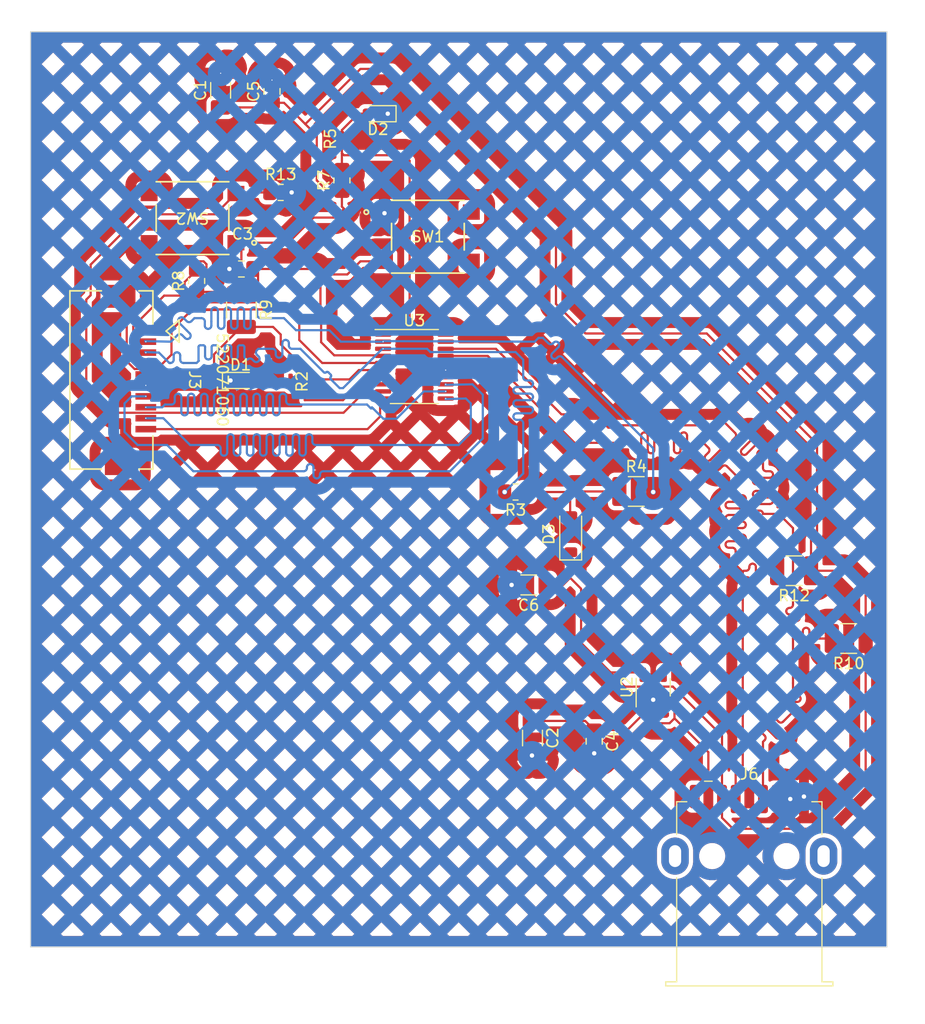
<source format=kicad_pcb>
(kicad_pcb (version 20241229) (generator "pcbnew") (generator_version "9.0")
  (layers (0 "F.Cu" signal) (2 "B.Cu" signal) (13 "F.Paste" user) (15 "B.Paste" user) (5 "F.SilkS" user "F.Silkscreen") (7 "B.SilkS" user "B.Silkscreen") (1 "F.Mask" user) (3 "B.Mask" user) (25 "Edge.Cuts" user))
  (net 0 "")
  (net 1 "+3V3")
  (net 2 "SCL")
  (net 3 "+5V")
  (net 4 "Net-(D1-A)")
  (net 5 "Net-(D2-A)")
  (net 6 "nRST")
  (net 7 "MOSI")
  (net 8 "MISO")
  (net 11 "SLVSCL{slash}nSS axiom")
  (net 12 "nRESET axiom")
  (net 15 "SLVnIRQ axiom")
  (net 16 "SDA")
  (net 17 "GND")
  (net 18 "/D-")
  (net 19 "/D+")
  (net 20 "SCK")
  (net 21 "/LEDaxiom")
  (net 22 "/COMMS_sel")
  (net 23 "/Boot0{slash}LEDusb")
  (net 24 "/Zenerdiode")
  (footprint "Capacitor_SMD:C_0805_2012Metric_Pad1.18x1.45mm_HandSolder" (layer "F.Cu") (at 109.2 56.1 180)
    (property "Reference" "C3")
    (property "Value" "40nF")
  )
  (footprint "Resistor_SMD:R_0805_2012Metric_Pad1.20x1.40mm_HandSolder" (layer "F.Cu") (at 118.4 48 90)
    (property "Reference" "R7")
    (property "Value" "25k")
  )
  (footprint "Capacitor_SMD:C_1206_3216Metric_Pad1.33x1.80mm_HandSolder" (layer "F.Cu") (at 135.5 85 180)
    (property "Reference" "C6")
    (property "Value" "100nF")
  )
  (footprint "Capacitor_SMD:C_0805_2012Metric_Pad1.18x1.45mm_HandSolder" (layer "F.Cu") (at 141.5 99.3 -90)
    (property "Reference" "C4")
    (property "Value" "470nF")
  )
  (footprint "Resistor_SMD:R_0201_0603Metric_Pad0.64x0.40mm_HandSolder" (layer "F.Cu") (at 118.4 44.2 90)
    (property "Reference" "R5")
    (property "Value" "1k")
  )
  (footprint "Capacitor_SMD:C_0805_2012Metric_Pad1.18x1.45mm_HandSolder" (layer "F.Cu") (at 112 39.8625 90)
    (property "Reference" "C5")
    (property "Value" "1uF")
  )
  (footprint "Resistor_SMD:R_1210_3225Metric_Pad1.30x2.65mm_HandSolder" (layer "F.Cu") (at 109.2 59.85 -90)
    (property "Reference" "R9")
    (property "Value" "10k")
  )
  (footprint "Resistor_SMD:R_0805_2012Metric_Pad1.20x1.40mm_HandSolder" (layer "F.Cu") (at 134.3 76.5 180)
    (property "Reference" "R3")
    (property "Value" "8,8k")
  )
  (footprint "Resistor_SMD:R_1210_3225Metric_Pad1.30x2.65mm_HandSolder" (layer "F.Cu") (at 159.8 83.7 180)
    (property "Reference" "R12")
    (property "Value" "220k")
  )
  (footprint "Capacitor_SMD:C_1206_3216Metric_Pad1.33x1.80mm_HandSolder" (layer "F.Cu") (at 135.85 99 -90)
    (property "Reference" "C2")
    (property "Value" "100nF")
  )
  (footprint "Connector_USB:USB3_A_Receptacle_Wuerth_692122030100" (layer "F.Cu") (at 155.7 113.25)
    (property "Reference" "J6")
    (property "Value" "USB_A")
  )
  (footprint "Resistor_SMD:R_0805_2012Metric_Pad1.20x1.40mm_HandSolder" (layer "F.Cu") (at 112.8 49.1)
    (property "Reference" "R13")
    (property "Value" "25k")
  )
  (footprint "Resistor_SMD:R_0201_0603Metric_Pad0.64x0.40mm_HandSolder" (layer "F.Cu") (at 113.7 66.4 -90)
    (property "Reference" "R2")
    (property "Value" "1k")
  )
  (footprint "Package_SO:TSSOP-20_4.4x6.5mm_P0.65mm" (layer "F.Cu") (at 125.0375 65.025)
    (property "Reference" "U3")
    (property "Value" "STM32F042F6")
  )
  (footprint "Resistor_SMD:R_0805_2012Metric_Pad1.20x1.40mm_HandSolder" (layer "F.Cu") (at 105.1 57.2 90)
    (property "Reference" "R8")
    (property "Value" "5k")
  )
  (footprint "Footprints:SO4_222A-M-V-B_CTS" (layer "F.Cu") (at 104.725002 51.450001 180)
    (property "Reference" "SW2")
    (property "Value" "Boot switch")
  )
  (footprint "Capacitor_SMD:C_1206_3216Metric_Pad1.33x1.80mm_HandSolder" (layer "F.Cu") (at 107.3 39.7625 90)
    (property "Reference" "C1")
    (property "Value" "100nF")
  )
  (footprint "Footprints:CON_522071060_MOL" (layer "F.Cu") (at 97.300002 66.25001 -90)
    (property "Reference" "J3")
    (property "Value" "Aansluiting converter (aangesloten aan chipboard)")
  )
  (footprint "Footprints:SO4_222A-M-V-B_CTS" (layer "F.Cu") (at 126.274998 53.149999)
    (property "Reference" "SW1")
    (property "Value" "reset switch")
  )
  (footprint "Diode_SMD:D_0603_1608Metric_Pad1.05x0.95mm_HandSolder" (layer "F.Cu") (at 109.125 66.3)
    (property "Reference" "D1")
    (property "Value" "LEDaxiom")
  )
  (footprint "Package_TO_SOT_SMD:SOT-23-5" (layer "F.Cu") (at 146.9 94.35 90)
    (property "Reference" "U2")
    (property "Value" "AP2112K-3.3" (hide yes))
  )
  (footprint "Resistor_SMD:R_1210_3225Metric_Pad1.30x2.65mm_HandSolder" (layer "F.Cu") (at 164.8 89.9 180)
    (property "Reference" "R10")
    (property "Value" "220k")
  )
  (footprint "Diode_SMD:D_0603_1608Metric_Pad1.05x0.95mm_HandSolder" (layer "F.Cu") (at 121.7 41.9 180)
    (property "Reference" "D2")
    (property "Value" "LEDusb")
  )
  (footprint "Diode_SMD:D_SOD-123" (layer "F.Cu") (at 139.347764 80.355103 90)
    (property "Reference" "D3")
    (property "Value" "3,3V zener")
  )
  (footprint "Resistor_SMD:R_1210_3225Metric_Pad1.30x2.65mm_HandSolder" (layer "F.Cu") (at 145.35 76.45)
    (property "Reference" "R4")
    (property "Value" "10k")
  )
  (gr_rect (start 89.9 34.4) (end 168.3 118.11) (stroke (width 0.1)) (fill no) (layer "Edge.Cuts"))
  (segment (start 99.417157 65.250019) (end 101.482845 65.250018) (width 0.2) (layer "F.Cu") (net 1))
  (segment (start 118.6 50.6) (end 118.4 50.4) (width 0.2) (layer "F.Cu") (net 1))
  (segment (start 115.05 42.85) (end 120.1 37.8) (width 0.2) (layer "F.Cu") (net 1))
  (segment (start 105.736398 55.4) (end 104.2 55.4) (width 0.2) (layer "F.Cu") (net 1))
  (segment (start 109.2 58.3) (end 109.2 54.200002) (width 0.2) (layer "F.Cu") (net 1))
  (segment (start 108.7 53.700002) (end 113.499998 53.700002) (width 0.2) (layer "F.Cu") (net 1))
  (segment (start 112 40.9) (end 113.1 40.9) (width 0.2) (layer "F.Cu") (net 1))
  (segment (start 138 59.3) (end 140.7 62) (width 0.2) (layer "F.Cu") (net 1))
  (segment (start 98.7 64.532862) (end 99.417157 65.250019) (width 0.2) (layer "F.Cu") (net 1))
  (segment (start 104.7 59.8) (end 104.65 59.85) (width 0.2) (layer "F.Cu") (net 1))
  (segment (start 123 37.8) (end 138 52.8) (width 0.2) (layer "F.Cu") (net 1))
  (segment (start 109.2 54.200002) (end 108.7 53.700002) (width 0.2) (layer "F.Cu") (net 1))
  (segment (start 111.575 41.325) (end 112 40.9) (width 0.2) (layer "F.Cu") (net 1))
  (segment (start 166.35 89.9) (end 166.35 85.75) (width 0.2) (layer "F.Cu") (net 1))
  (segment (start 139.3 84.35) (end 140.3 85.35) (width 0.2) (layer "F.Cu") (net 1))
  (segment (start 140.3 85.35) (end 140.3 90.3) (width 0.2) (layer "F.Cu") (net 1))
  (segment (start 140.3 90.3) (end 144.3 94.3) (width 0.2) (layer "F.Cu") (net 1))
  (segment (start 114.5 60.5) (end 113.8 59.8) (width 0.2) (layer "F.Cu") (net 1))
  (segment (start 166.35 102.75) (end 166.35 89.9) (width 0.2) (layer "F.Cu") (net 1))
  (segment (start 161.8 107.3) (end 166.35 102.75) (width 0.2) (layer "F.Cu") (net 1))
  (segment (start 161.35 80.85) (end 161.9 80.3) (width 0.2) (layer "F.Cu") (net 1))
  (segment (start 116.1 48) (end 117.1 49) (width 0.2) (layer "F.Cu") (net 1))
  (segment (start 166.35 85.75) (end 164.3 83.7) (width 0.2) (layer "F.Cu") (net 1))
  (segment (start 114.5 62.6) (end 114.5 60.5) (width 0.2) (layer "F.Cu") (net 1))
  (segment (start 164.3 83.7) (end 161.35 83.7) (width 0.2) (layer "F.Cu") (net 1))
  (segment (start 106 55.663602) (end 105.736398 55.4) (width 0.2) (layer "F.Cu") (net 1))
  (segment (start 122.175 64.7) (end 127.9 64.7) (width 0.2) (layer "F.Cu") (net 1))
  (segment (start 144.3 94.3) (end 148.7 94.3) (width 0.2) (layer "F.Cu") (net 1))
  (segment (start 138.65 85) (end 139.3 84.35) (width 0.2) (layer "F.Cu") (net 1))
  (segment (start 148.7 94.3) (end 153.2 98.8) (width 0.2) (layer "F.Cu") (net 1))
  (segment (start 113.499998 53.700002) (end 115.8 51.4) (width 0.2) (layer "F.Cu") (net 1))
  (segment (start 145.7375 93) (end 145.95 93.2125) (width 0.2) (layer "F.Cu") (net 1))
  (segment (start 104.65 59.85) (end 102.7 61.8) (width 0.2) (layer "F.Cu") (net 1))
  (segment (start 105.1 58.2) (end 106 57.3) (width 0.2) (layer "F.Cu") (net 1))
  (segment (start 113.1 40.9) (end 115.05 42.85) (width 0.2) (layer "F.Cu") (net 1))
  (segment (start 116.1 43.9) (end 116.1 48) (width 0.2) (layer "F.Cu") (net 1))
  (segment (start 106 57.3) (end 106 55.663602) (width 0.2) (layer "F.Cu") (net 1))
  (segment (start 115.05 42.85) (end 116.1 43.9) (width 0.2) (layer "F.Cu") (net 1))
  (segment (start 115.8 51.4) (end 117.8 51.4) (width 0.2) (layer "F.Cu") (net 1))
  (segment (start 139.3 82.052867) (end 139.3 84.35) (width 0.2) (layer "F.Cu") (net 1))
  (segment (start 151.8 62) (end 161.9 72.1) (width 0.2) (layer "F.Cu") (net 1))
  (segment (start 137.0625 85) (end 138.65 85) (width 0.2) (layer "F.Cu") (net 1))
  (segment (start 102.7 61.8) (end 102.650019 61.750019) (width 0.2) (layer "F.Cu") (net 1))
  (segment (start 107.3 41.325) (end 111.575 41.325) (width 0.2) (layer "F.Cu") (net 1))
  (segment (start 117.8 51.4) (end 118.6 50.6) (width 0.2) (layer "F.Cu") (net 1))
  (segment (start 116.6 64.7) (end 114.5 62.6) (width 0.2) (layer "F.Cu") (net 1))
  (segment (start 102.8 63.932863) (end 102.8 61.7) (width 0.2) (layer "F.Cu") (net 1))
  (segment (start 102.650019 61.750019) (end 100.450001 61.750019) (width 0.2) (layer "F.Cu") (net 1))
  (segment (start 153.2 106.3) (end 154.2 107.3) (width 0.2) (layer "F.Cu") (net 1))
  (segment (start 140.7 62) (end 151.8 62) (width 0.2) (layer "F.Cu") (net 1))
  (segment (start 113.8 59.8) (end 104.7 59.8) (width 0.2) (layer "F.Cu") (net 1))
  (segment (start 138 52.8) (end 138 59.3) (width 0.2) (layer "F.Cu") (net 1))
  (segment (start 117.1 49) (end 118.4 49) (width 0.2) (layer "F.Cu") (net 1))
  (segment (start 153.2 98.8) (end 153.2 106.3) (width 0.2) (layer "F.Cu") (net 1))
  (segment (start 143 93) (end 145.7375 93) (width 0.2) (layer "F.Cu") (net 1))
  (segment (start 161.9 72.1) (end 161.9 80.3) (width 0.2) (layer "F.Cu") (net 1))
  (segment (start 122.175 64.7) (end 116.6 64.7) (width 0.2) (layer "F.Cu") (net 1))
  (segment (start 120.1 37.8) (end 123 37.8) (width 0.2) (layer "F.Cu") (net 1))
  (segment (start 98.7 60.9) (end 98.7 64.532862) (width 0.2) (layer "F.Cu") (net 1))
  (segment (start 109.1 58.2) (end 109.2 58.3) (width 0.2) (layer "F.Cu") (net 1))
  (segment (start 161.35 83.7) (end 161.35 80.85) (width 0.2) (layer "F.Cu") (net 1))
  (segment (start 104.2 55.4) (end 98.7 60.9) (width 0.2) (layer "F.Cu") (net 1))
  (segment (start 105.1 58.2) (end 109.1 58.2) (width 0.2) (layer "F.Cu") (net 1))
  (segment (start 107 59.85) (end 104.65 59.85) (width 0.2) (layer "F.Cu") (net 1))
  (segment (start 154.2 107.3) (end 161.8 107.3) (width 0.2) (layer "F.Cu") (net 1))
  (segment (start 118.4 50.4) (end 118.4 49) (width 0.2) (layer "F.Cu") (net 1))
  (segment (start 139.347764 82.005103) (end 139.3 82.052867) (width 0.2) (layer "F.Cu") (net 1))
  (segment (start 101.482845 65.250018) (end 102.8 63.932863) (width 0.2) (layer "F.Cu") (net 1))
  (via (at 122.175 63.4) (size 0.15) (drill 0.1) (layers "F.Cu" "B.Cu") (net 2))
  (via (at 100.450001 63.75002) (size 0.15) (drill 0.1) (layers "F.Cu" "B.Cu") (net 2))
  (via (at 133.3 76.5) (size 0.5) (drill 0.4) (layers "F.Cu" "B.Cu") (net 2))
  (segment (start 135.596605 68.1) (end 135 68.1) (width 0.2) (layer "B.Cu") (net 2))
  (segment (start 105.875 63.240738) (end 105.875 64.075267) (width 0.2) (layer "B.Cu") (net 2))
  (segment (start 117.378233 65.974264) (end 117.378231 65.974263) (width 0.2) (layer "B.Cu") (net 2))
  (segment (start 135.59663 69.3) (end 135 69.3) (width 0.2) (layer "B.Cu") (net 2))
  (segment (start 110.199264 64.375267) (end 110.351033 64.527036) (width 0.2) (layer "B.Cu") (net 2))
  (segment (start 135 67.5) (end 135.596605 67.5) (width 0.2) (layer "B.Cu") (net 2))
  (segment (start 110.747385 63.402882) (end 112.047385 63.402882) (width 0.2) (layer "B.Cu") (net 2))
  (segment (start 109.034261 63.081477) (end 109.315739 63.081477) (width 0.2) (layer "B.Cu") (net 2))
  (segment (start 134.403395 69.9) (end 134.7 69.9) (width 0.2) (layer "B.Cu") (net 2))
  (segment (start 116.953969 65.549999) (end 116.95397 65.550001) (width 0.2) (layer "B.Cu") (net 2))
  (segment (start 135 70.2) (end 135 72.733405) (width 0.2) (layer "B.Cu") (net 2))
  (segment (start 118.2 67) (end 118.5 67) (width 0.2) (layer "B.Cu") (net 2))
  (segment (start 135.596605 66.9) (end 135.3 66.9) (width 0.2) (layer "B.Cu") (net 2))
  (segment (start 135 68.7) (end 135.59663 68.7) (width 0.2) (layer "B.Cu") (net 2))
  (segment (start 105.275 64.475) (end 105.275 63.240738) (width 0.2) (layer "B.Cu") (net 2))
  (segment (start 106.475 64.075267) (end 106.475 63.240738) (width 0.2) (layer "B.Cu") (net 2))
  (segment (start 109.475 63.240738) (end 109.475 64.075267) (width 0.2) (layer "B.Cu") (net 2))
  (segment (start 100.4 63.7) (end 101.65002 63.75002) (width 0.2) (layer "B.Cu") (net 2))
  (segment (start 126.5 63.7) (end 134.3 63.7) (width 0.2) (layer "B.Cu") (net 2))
  (segment (start 108.275 63.240738) (end 108.275 64.075267) (width 0.2) (layer "B.Cu") (net 2))
  (segment (start 107.675 64.075267) (end 107.675 63.240738) (width 0.2) (layer "B.Cu") (net 2))
  (segment (start 134.403395 68.7) (end 135 68.7) (width 0.2) (layer "B.Cu") (net 2))
  (segment (start 113.788201 63.400434) (end 114.600434 63.400434) (width 0.2) (layer "B.Cu") (net 2))
  (segment (start 106.634261 63.081477) (end 106.915739 63.081477) (width 0.2) (layer "B.Cu") (net 2))
  (segment (start 126.2 63.4) (end 126.5 63.7) (width 0.2) (layer "B.Cu") (net 2))
  (segment (start 117.157939 65.55) (end 117.378233 65.770294) (width 0.2) (layer "B.Cu") (net 2))
  (segment (start 114.600434 63.400434) (end 116.75 65.55) (width 0.2) (layer "B.Cu") (net 2))
  (segment (start 110.623528 63.526738) (end 110.747385 63.402882) (width 0.2) (layer "B.Cu") (net 2))
  (segment (start 117.157938 65.549998) (end 117.157939 65.55) (width 0.2) (layer "B.Cu") (net 2))
  (segment (start 118.5 67) (end 122.1 63.4) (width 0.2) (layer "B.Cu") (net 2))
  (segment (start 135.3 66.9) (end 134.403395 66.9) (width 0.2) (layer "B.Cu") (net 2))
  (segment (start 105.434261 63.081477) (end 105.715739 63.081477) (width 0.2) (layer "B.Cu") (net 2))
  (segment (start 101.65002 63.75002) (end 102.6 64.7) (width 0.2) (layer "B.Cu") (net 2))
  (segment (start 103.9 64.7) (end 105.1 64.7) (width 0.2) (layer "B.Cu") (net 2))
  (segment (start 122.1 63.4) (end 122.175 63.4) (width 0.2) (layer "B.Cu") (net 2))
  (segment (start 113.547385 62.888211) (end 113.547385 63.102882) (width 0.2) (layer "B.Cu") (net 2))
  (segment (start 134.3 63.7) (end 135 64.4) (width 0.2) (layer "B.Cu") (net 2))
  (segment (start 108.875 64.075267) (end 108.875 63.240738) (width 0.2) (layer "B.Cu") (net 2))
  (segment (start 105.3 64.5) (end 105.275 64.475) (width 0.2) (layer "B.Cu") (net 2))
  (segment (start 103 64.4) (end 103 64.023243) (width 0.2) (layer "B.Cu") (net 2))
  (segment (start 122.2 63.4) (end 126.2 63.4) (width 0.2) (layer "B.Cu") (net 2))
  (segment (start 112.347385 63.702882) (end 112.347385 63.91755) (width 0.2) (layer "B.Cu") (net 2))
  (segment (start 122.175 63.4) (end 122.2 63.4) (width 0.2) (layer "B.Cu") (net 2))
  (segment (start 112.947385 63.91755) (end 112.947385 62.888211) (width 0.2) (layer "B.Cu") (net 2))
  (segment (start 107.075 63.240738) (end 107.075 64.075267) (width 0.2) (layer "B.Cu") (net 2))
  (segment (start 110.775297 64.10277) (end 110.775297 64.102771) (width 0.2) (layer "B.Cu") (net 2))
  (segment (start 135 72.733405) (end 135 74.8) (width 0.2) (layer "B.Cu") (net 2))
  (segment (start 134.403395 67.5) (end 135 67.5) (width 0.2) (layer "B.Cu") (net 2))
  (segment (start 117.378234 65.974263) (end 117.378233 65.974264) (width 0.2) (layer "B.Cu") (net 2))
  (segment (start 110.775297 64.102771) (end 110.623527 63.951001) (width 0.2) (layer "B.Cu") (net 2))
  (segment (start 105.1 64.7) (end 105.3 64.5) (width 0.2) (layer "B.Cu") (net 2))
  (segment (start 135 68.1) (end 134.403395 68.1) (width 0.2) (layer "B.Cu") (net 2))
  (segment (start 103.6 64.023243) (end 103.6 64.4) (width 0.2) (layer "B.Cu") (net 2))
  (segment (start 100.450001 63.75002) (end 100.4 63.7) (width 0.2) (layer "B.Cu") (net 2))
  (segment (start 135.3 66.3) (end 135.596605 66.3) (width 0.2) (layer "B.Cu") (net 2))
  (segment (start 135 74.8) (end 133.3 76.5) (width 0.2) (layer "B.Cu") (net 2))
  (segment (start 117.378232 66.178233) (end 118.2 67) (width 0.2) (layer "B.Cu") (net 2))
  (segment (start 117.37823 66.178232) (end 117.378232 66.178233) (width 0.2) (layer "B.Cu") (net 2))
  (segment (start 110.623527 63.526737) (end 110.623528 63.526738) (width 0.2) (layer "B.Cu") (net 2))
  (segment (start 135 64.4) (end 135 66) (width 0.2) (layer "B.Cu") (net 2))
  (segment (start 107.834261 63.081477) (end 108.115739 63.081477) (width 0.2) (layer "B.Cu") (net 2))
  (segment (start 135 69.3) (end 134.403395 69.3) (width 0.2) (layer "B.Cu") (net 2))
  (segment (start 102.6 64.7) (end 102.7 64.7) (width 0.2) (layer "B.Cu") (net 2))
  (arc (start 103.6 64.4) (mid 103.687868 64.612132) (end 103.9 64.7) (width 0.2) (layer "B.Cu") (net 2))
  (arc (start 112.947385 62.888211) (mid 113.035253 62.676079) (end 113.247385 62.588211) (width 0.2) (layer "B.Cu") (net 2))
  (arc (start 135.596605 67.5) (mid 135.808737 67.587868) (end 135.896605 67.8) (width 0.2) (layer "B.Cu") (net 2))
  (arc (start 105.875 64.075267) (mid 105.962868 64.287399) (end 106.175 64.375267) (width 0.2) (layer "B.Cu") (net 2))
  (arc (start 110.775297 64.527036) (mid 110.863165 64.314903) (end 110.775297 64.10277) (width 0.2) (layer "B.Cu") (net 2))
  (arc (start 106.915739 63.081477) (mid 107.028354 63.128123) (end 107.075 63.240738) (width 0.2) (layer "B.Cu") (net 2))
  (arc (start 103 64.023243) (mid 103.087868 63.811111) (end 103.3 63.723243) (width 0.2) (layer "B.Cu") (net 2))
  (arc (start 108.875 63.240738) (mid 108.921646 63.128123) (end 109.034261 63.081477) (width 0.2) (layer "B.Cu") (net 2))
  (arc (start 110.623527 63.951001) (mid 110.535659 63.738869) (end 110.623527 63.526737) (width 0.2) (layer "B.Cu") (net 2))
  (arc (start 108.275 64.075267) (mid 108.362868 64.287399) (end 108.575 64.375267) (width 0.2) (layer "B.Cu") (net 2))
  (arc (start 134.7 69.9) (mid 134.912132 69.987868) (end 135 70.2) (width 0.2) (layer "B.Cu") (net 2))
  (arc (start 135.59663 68.7) (mid 135.808762 68.787868) (end 135.89663 69) (width 0.2) (layer "B.Cu") (net 2))
  (arc (start 117.378231 65.974263) (mid 117.335987 66.076247) (end 117.37823 66.178232) (width 0.2) (layer "B.Cu") (net 2))
  (arc (start 102.7 64.7) (mid 102.912132 64.612132) (end 103 64.4) (width 0.2) (layer "B.Cu") (net 2))
  (arc (start 135.896605 66.6) (mid 135.808737 66.812132) (end 135.596605 66.9) (width 0.2) (layer "B.Cu") (net 2))
  (arc (start 134.103395 67.2) (mid 134.191263 67.412132) (end 134.403395 67.5) (width 0.2) (layer "B.Cu") (net 2))
  (arc (start 103.3 63.723243) (mid 103.512132 63.811111) (end 103.6 64.023243) (width 0.2) (layer "B.Cu") (net 2))
  (arc (start 107.675 63.240738) (mid 107.721646 63.128123) (end 107.834261 63.081477) (width 0.2) (layer "B.Cu") (net 2))
  (arc (start 134.403395 68.1) (mid 134.191263 68.187868) (end 134.103395 68.4) (width 0.2) (layer "B.Cu") (net 2))
  (arc (start 113.547385 63.102882) (mid 113.615475 63.293215) (end 113.788201 63.400434) (width 0.2) (layer "B.Cu") (net 2))
  (arc (start 105.275 63.240738) (mid 105.321646 63.128123) (end 105.434261 63.081477) (width 0.2) (layer "B.Cu") (net 2))
  (arc (start 112.347385 63.91755) (mid 112.435253 64.129682) (end 112.647385 64.21755) (width 0.2) (layer "B.Cu") (net 2))
  (arc (start 107.375 64.375267) (mid 107.587132 64.287399) (end 107.675 64.075267) (width 0.2) (layer "B.Cu") (net 2))
  (arc (start 135 66) (mid 135.087868 66.212132) (end 135.3 66.3) (width 0.2) (layer "B.Cu") (net 2))
  (arc (start 134.403395 66.9) (mid 134.191263 66.987868) (end 134.103395 67.2) (width 0.2) (layer "B.Cu") (net 2))
  (arc (start 112.647385 64.21755) (mid 112.859517 64.129682) (end 112.947385 63.91755) (width 0.2) (layer "B.Cu") (net 2))
  (arc (start 106.175 64.375267) (mid 106.387132 64.287399) (end 106.475 64.075267) (width 0.2) (layer "B.Cu") (net 2))
  (arc (start 112.047385 63.402882) (mid 112.259517 63.49075) (end 112.347385 63.702882) (width 0.2) (layer "B.Cu") (net 2))
  (arc (start 106.475 63.240738) (mid 106.521646 63.128123) (end 106.634261 63.081477) (width 0.2) (layer "B.Cu") (net 2))
  (arc (start 105.715739 63.081477) (mid 105.828354 63.128123) (end 105.875 63.240738) (width 0.2) (layer "B.Cu") (net 2))
  (arc (start 134.103395 69.6) (mid 134.191263 69.812132) (end 134.403395 69.9) (width 0.2) (layer "B.Cu") (net 2))
  (arc (start 116.953969 65.549999) (mid 117.055953 65.507755) (end 117.157938 65.549998) (width 0.2) (layer "B.Cu") (net 2))
  (arc (start 134.103395 68.4) (mid 134.191263 68.612132) (end 134.403395 68.7) (width 0.2) (layer "B.Cu") (net 2))
  (arc (start 113.247385 62.588211) (mid 113.459517 62.676079) (end 113.547385 62.888211) (width 0.2) (layer "B.Cu") (net 2))
  (arc (start 107.075 64.075267) (mid 107.162868 64.287399) (end 107.375 64.375267) (width 0.2) (layer "B.Cu") (net 2))
  (arc (start 109.775 64.375267) (mid 109.987132 64.287399) (end 110.199264 64.375267) (width 0.2) (layer "B.Cu") (net 2))
  (arc (start 110.351033 64.527036) (mid 110.563165 64.614904) (end 110.775297 64.527036) (width 0.2) (layer "B.Cu") (net 2))
  (arc (start 135.596605 66.3) (mid 135.808737 66.387868) (end 135.896605 66.6) (width 0.2) (layer "B.Cu") (net 2))
  (arc (start 117.378233 65.770294) (mid 117.420477 65.872278) (end 117.378234 65.974263) (width 0.2) (layer "B.Cu") (net 2))
  (arc (start 116.75 65.55) (mid 116.851985 65.592243) (end 116.953969 65.549999) (width 0.2) (layer "B.Cu") (net 2))
  (arc (start 135.896605 67.8) (mid 135.808737 68.012132) (end 135.596605 68.1) (width 0.2) (layer "B.Cu") (net 2))
  (arc (start 109.475 64.075267) (mid 109.562868 64.287399) (end 109.775 64.375267) (width 0.2) (layer "B.Cu") (net 2))
  (arc (start 108.115739 63.081477) (mid 108.228354 63.128123) (end 108.275 63.240738) (width 0.2) (layer "B.Cu") (net 2))
  (arc (start 108.575 64.375267) (mid 108.787132 64.287399) (end 108.875 64.075267) (width 0.2) (layer "B.Cu") (net 2))
  (arc (start 109.315739 63.081477) (mid 109.428354 63.128123) (end 109.475 63.240738) (width 0.2) (layer "B.Cu") (net 2))
  (arc (start 134.403395 69.3) (mid 134.191263 69.387868) (end 134.103395 69.6) (width 0.2) (layer "B.Cu") (net 2))
  (arc (start 135.89663 69) (mid 135.808762 69.212132) (end 135.59663 69.3) (width 0.2) (layer "B.Cu") (net 2))
  (segment (start 146.9 97.65) (end 148.4 97.65) (width 0.2) (layer "F.Cu") (net 3))
  (segment (start 145.95 96.7) (end 146.025 96.775) (width 0.2) (layer "F.Cu") (net 3))
  (segment (start 146.025 96.775) (end 146.9 97.65) (width 0.2) (layer "F.Cu") (net 3))
  (segment (start 140.675 97.4375) (end 141.5 98.2625) (width 0.2) (layer "F.Cu") (net 3))
  (segment (start 135.85 97.4375) (end 140.675 97.4375) (width 0.2) (layer "F.Cu") (net 3))
  (segment (start 144.5375 98.2625) (end 146.025 96.775) (width 0.2) (layer "F.Cu") (net 3))
  (segment (start 148.85 97.2) (end 151.95 100.3) (width 0.2) (layer "F.Cu") (net 3))
  (segment (start 148.85 96.4875) (end 148.85 97.2) (width 0.2) (layer "F.Cu") (net 3))
  (segment (start 145.95 95.4875) (end 145.95 96.7) (width 0.2) (layer "F.Cu") (net 3))
  (segment (start 148.4 97.65) (end 148.85 97.2) (width 0.2) (layer "F.Cu") (net 3))
  (segment (start 147.85 95.4875) (end 148.85 96.4875) (width 0.2) (layer "F.Cu") (net 3))
  (segment (start 141.5 98.2625) (end 144.5375 98.2625) (width 0.2) (layer "F.Cu") (net 3))
  (segment (start 151.95 100.3) (end 151.95 104.58) (width 0.2) (layer "F.Cu") (net 3))
  (segment (start 113.7 66.8075) (end 111.5075 66.8075) (width 0.2) (layer "F.Cu") (net 4))
  (segment (start 111.5075 66.8075) (end 111 66.3) (width 0.2) (layer "F.Cu") (net 4))
  (segment (start 111 66.3) (end 110 66.3) (width 0.2) (layer "F.Cu") (net 4))
  (segment (start 118.4 43.4) (end 119.6 42.2) (width 0.2) (layer "F.Cu") (net 5))
  (segment (start 119.6 42.2) (end 119.6 42) (width 0.2) (layer "F.Cu") (net 5))
  (segment (start 119.6 42) (end 119.7 41.9) (width 0.2) (layer "F.Cu") (net 5))
  (segment (start 119.7 41.9) (end 120.825 41.9) (width 0.2) (layer "F.Cu") (net 5))
  (segment (start 118.4 43.7925) (end 118.4 43.4) (width 0.2) (layer "F.Cu") (net 5))
  (segment (start 117.7 64) (end 116.5 62.8) (width 0.2) (layer "F.Cu") (net 6))
  (segment (start 104 57.3) (end 104 58.536398) (width 0.2) (layer "F.Cu") (net 6))
  (segment (start 116.5 62.8) (end 116.5 59.8) (width 0.2) (layer "F.Cu") (net 6))
  (segment (start 110.461398 59.15) (end 110.725 58.886398) (width 0.2) (layer "F.Cu") (net 6))
  (segment (start 99.300001 64.200001) (end 99.300001 61.367175) (width 0.2) (layer "F.Cu") (net 6))
  (segment (start 99.300001 61.367175) (end 102.130778 58.536398) (width 0.2) (layer "F.Cu") (net 6))
  (segment (start 110.725 58.886398) (end 110.725 56.5875) (width 0.2) (layer "F.Cu") (net 6))
  (segment (start 105.1 56.2) (end 104 57.3) (width 0.2) (layer "F.Cu") (net 6))
  (segment (start 116.4375 59.7375) (end 116.4375 56.6) (width 0.2) (layer "F.Cu") (net 6))
  (segment (start 104 58.536398) (end 104.613602 59.15) (width 0.2) (layer "F.Cu") (net 6))
  (segment (start 122.175 64.05) (end 122.125 64) (width 0.2) (layer "F.Cu") (net 6))
  (segment (start 116.4375 56.6) (end 115.9375 56.1) (width 0.2) (layer "F.Cu") (net 6))
  (segment (start 115.9375 56.1) (end 110.2375 56.1) (width 0.2) (layer "F.Cu") (net 6))
  (segment (start 118.9 56.6) (end 120.1 55.4) (width 0.2) (layer "F.Cu") (net 6))
  (segment (start 104.613602 59.15) (end 110.461398 59.15) (width 0.2) (layer "F.Cu") (net 6))
  (segment (start 116.5 59.8) (end 116.4375 59.7375) (width 0.2) (layer "F.Cu") (net 6))
  (segment (start 102.130778 58.536398) (end 104 58.536398) (width 0.2) (layer "F.Cu") (net 6))
  (segment (start 120.1 55.4) (end 122.3 55.4) (width 0.2) (layer "F.Cu") (net 6))
  (segment (start 110.725 56.5875) (end 110.2375 56.1) (width 0.2) (layer "F.Cu") (net 6))
  (segment (start 100.450001 64.750018) (end 99.850018 64.750018) (width 0.2) (layer "F.Cu") (net 6))
  (segment (start 116.4375 56.6) (end 118.9 56.6) (width 0.2) (layer "F.Cu") (net 6))
  (segment (start 99.850018 64.750018) (end 99.300001 64.200001) (width 0.2) (layer "F.Cu") (net 6))
  (segment (start 122.125 64) (end 117.7 64) (width 0.2) (layer "F.Cu") (net 6))
  (via (at 127.9 66.65) (size 0.15) (drill 0.1) (layers "F.Cu" "B.Cu") (net 7))
  (via (at 100.450001 67.75002) (size 0.15) (drill 0.1) (layers "F.Cu" "B.Cu") (net 7))
  (segment (start 99.7 72.2) (end 98.5 71) (width 0.2) (layer "B.Cu") (net 7))
  (segment (start 130.35 66.65) (end 131.3 67.6) (width 0.2) (layer "B.Cu") (net 7))
  (segment (start 128.3 74.6) (end 116.7 74.6) (width 0.2) (layer "B.Cu") (net 7))
  (segment (start 102.4 72.2) (end 99.7 72.2) (width 0.2) (layer "B.Cu") (net 7))
  (segment (start 131.3 67.6) (end 131.3 71.6) (width 0.2) (layer "B.Cu") (net 7))
  (segment (start 115.8 74.3) (end 115.8 74.243483) (width 0.2) (layer "B.Cu") (net 7))
  (segment (start 116.4 74.9) (end 116.4 74.956493) (width 0.2) (layer "B.Cu") (net 7))
  (segment (start 98.5 68.4) (end 99.14998 67.75002) (width 0.2) (layer "B.Cu") (net 7))
  (segment (start 104.8 74.6) (end 102.4 72.2) (width 0.2) (layer "B.Cu") (net 7))
  (segment (start 131.3 71.6) (end 128.3 74.6) (width 0.2) (layer "B.Cu") (net 7))
  (segment (start 115.2 74.243483) (end 115.2 74.3) (width 0.2) (layer "B.Cu") (net 7))
  (segment (start 114.9 74.6) (end 104.8 74.6) (width 0.2) (layer "B.Cu") (net 7))
  (segment (start 127.9 66.7) (end 127.9 66.65) (width 0.2) (layer "B.Cu") (net 7))
  (segment (start 100.450001 67.75002) (end 100.450002 67.750019) (width 0.2) (layer "B.Cu") (net 7))
  (segment (start 115.8 74.956493) (end 115.8 74.3) (width 0.2) (layer "B.Cu") (net 7))
  (segment (start 99.14998 67.75002) (end 100.450002 67.750019) (width 0.2) (layer "B.Cu") (net 7))
  (segment (start 98.5 71) (end 98.5 68.4) (width 0.2) (layer "B.Cu") (net 7))
  (segment (start 127.9 66.7) (end 130.35 66.65) (width 0.2) (layer "B.Cu") (net 7))
  (arc (start 115.2 74.3) (mid 115.112132 74.512132) (end 114.9 74.6) (width 0.2) (layer "B.Cu") (net 7))
  (arc (start 115.5 73.943483) (mid 115.287868 74.031351) (end 115.2 74.243483) (width 0.2) (layer "B.Cu") (net 7))
  (arc (start 116.4 74.956493) (mid 116.312132 75.168625) (end 116.1 75.256493) (width 0.2) (layer "B.Cu") (net 7))
  (arc (start 116.1 75.256493) (mid 115.887868 75.168625) (end 115.8 74.956493) (width 0.2) (layer "B.Cu") (net 7))
  (arc (start 115.8 74.243483) (mid 115.712132 74.031351) (end 115.5 73.943483) (width 0.2) (layer "B.Cu") (net 7))
  (arc (start 116.7 74.6) (mid 116.487868 74.687868) (end 116.4 74.9) (width 0.2) (layer "B.Cu") (net 7))
  (via (at 127.9 67.3) (size 0.15) (drill 0.1) (layers "F.Cu" "B.Cu") (net 8))
  (via (at 100.450001 68.75002) (size 0.15) (drill 0.1) (layers "F.Cu" "B.Cu") (net 8))
  (segment (start 121.15002 68.75002) (end 121.25 68.85) (width 0.2) (layer "B.Cu") (net 8))
  (segment (start 109.1 67.812149) (end 109.1 68.5) (width 0.2) (layer "B.Cu") (net 8))
  (segment (start 104.3 67.81215) (end 104.3 68.5) (width 0.2) (layer "B.Cu") (net 8))
  (segment (start 100.45 68.750021) (end 100.450001 68.75002) (width 0.2) (layer "B.Cu") (net 8))
  (segment (start 106.1 68.5) (end 106.1 67.81215) (width 0.2) (layer "B.Cu") (net 8))
  (segment (start 112.7 68.5) (end 112.7 69.18785) (width 0.2) (layer "B.Cu") (net 8))
  (segment (start 101.94998 68.75002) (end 100.45 68.750021) (width 0.2) (layer "B.Cu") (net 8))
  (segment (start 106.7 67.812149) (end 106.7 68.5) (width 0.2) (layer "B.Cu") (net 8))
  (segment (start 107.9 68.5) (end 107.9 69.18785) (width 0.2) (layer "B.Cu") (net 8))
  (segment (start 105.5 67.81215) (end 105.5 68.5) (width 0.2) (layer "B.Cu") (net 8))
  (segment (start 108.5 68.5) (end 108.5 67.812149) (width 0.2) (layer "B.Cu") (net 8))
  (segment (start 120.7 68.5) (end 113.6 68.5) (width 0.2) (layer "B.Cu") (net 8))
  (segment (start 110.3 67.812149) (end 110.3 68.5) (width 0.2) (layer "B.Cu") (net 8))
  (segment (start 106.1 69.187851) (end 106.1 68.5) (width 0.2) (layer "B.Cu") (net 8))
  (segment (start 106.7 68.5) (end 106.7 69.187851) (width 0.2) (layer "B.Cu") (net 8))
  (segment (start 111.5 67.812147) (end 111.5 68.5) (width 0.2) (layer "B.Cu") (net 8))
  (segment (start 110.3 68.5) (end 110.3 69.18785) (width 0.2) (layer "B.Cu") (net 8))
  (segment (start 103.7 69.18785) (end 103.7 68.2) (width 0.2) (layer "B.Cu") (net 8))
  (segment (start 110.9 69.18785) (end 110.9 68.5) (width 0.2) (layer "B.Cu") (net 8))
  (segment (start 123.4 69.8) (end 125.9 67.3) (width 0.2) (layer "B.Cu") (net 8))
  (segment (start 112.1 69.18785) (end 112.1 68.5) (width 0.2) (layer "B.Cu") (net 8))
  (segment (start 113.3 68.2) (end 113.3 67.812147) (width 0.2) (layer "B.Cu") (net 8))
  (segment (start 121.25 68.85) (end 121.05 68.85) (width 0.2) (layer "B.Cu") (net 8))
  (segment (start 102.2 68.5) (end 101.94998 68.75002) (width 0.2) (layer "B.Cu") (net 8))
  (segment (start 122.2 69.8) (end 123.4 69.8) (width 0.2) (layer "B.Cu") (net 8))
  (segment (start 121.05 68.85) (end 120.7 68.5) (width 0.2) (layer "B.Cu") (net 8))
  (segment (start 104.9 68.5) (end 104.9 67.81215) (width 0.2) (layer "B.Cu") (net 8))
  (segment (start 104.3 68.5) (end 104.3 69.18785) (width 0.2) (layer "B.Cu") (net 8))
  (segment (start 112.7 67.812147) (end 112.7 68.5) (width 0.2) (layer "B.Cu") (net 8))
  (segment (start 110.9 68.5) (end 110.9 67.812149) (width 0.2) (layer "B.Cu") (net 8))
  (segment (start 103.1 67.81215) (end 103.1 68.2) (width 0.2) (layer "B.Cu") (net 8))
  (segment (start 107.9 67.812149) (end 107.9 68.5) (width 0.2) (layer "B.Cu") (net 8))
  (segment (start 109.1 68.5) (end 109.1 69.18785) (width 0.2) (layer "B.Cu") (net 8))
  (segment (start 111.5 68.5) (end 111.5 69.18785) (width 0.2) (layer "B.Cu") (net 8))
  (segment (start 112.1 68.5) (end 112.1 67.812147) (width 0.2) (layer "B.Cu") (net 8))
  (segment (start 107.3 68.5) (end 107.3 67.812149) (width 0.2) (layer "B.Cu") (net 8))
  (segment (start 108.5 69.18785) (end 108.5 68.5) (width 0.2) (layer "B.Cu") (net 8))
  (segment (start 102.8 68.5) (end 102.2 68.5) (width 0.2) (layer "B.Cu") (net 8))
  (segment (start 105.5 68.5) (end 105.5 69.187851) (width 0.2) (layer "B.Cu") (net 8))
  (segment (start 121.25 68.85) (end 122.2 69.8) (width 0.2) (layer "B.Cu") (net 8))
  (segment (start 109.7 68.5) (end 109.7 67.812149) (width 0.2) (layer "B.Cu") (net 8))
  (segment (start 104.9 69.187851) (end 104.9 68.5) (width 0.2) (layer "B.Cu") (net 8))
  (segment (start 125.9 67.3) (end 127.9 67.3) (width 0.2) (layer "B.Cu") (net 8))
  (segment (start 109.7 69.18785) (end 109.7 68.5) (width 0.2) (layer "B.Cu") (net 8))
  (segment (start 107.3 69.18785) (end 107.3 68.5) (width 0.2) (layer "B.Cu") (net 8))
  (segment (start 103.7 68.2) (end 103.7 67.81215) (width 0.2) (layer "B.Cu") (net 8))
  (arc (start 104 69.48785) (mid 103.787868 69.399982) (end 103.7 69.18785) (width 0.2) (layer "B.Cu") (net 8))
  (arc (start 108.8 69.48785) (mid 108.587868 69.399982) (end 108.5 69.18785) (width 0.2) (layer "B.Cu") (net 8))
  (arc (start 111.8 67.512147) (mid 111.587868 67.600015) (end 111.5 67.812147) (width 0.2) (layer "B.Cu") (net 8))
  (arc (start 113.3 67.812147) (mid 113.212132 67.600015) (end 113 67.512147) (width 0.2) (layer "B.Cu") (net 8))
  (arc (start 106.1 67.81215) (mid 106.012132 67.600018) (end 105.8 67.51215) (width 0.2) (layer "B.Cu") (net 8))
  (arc (start 107.9 69.18785) (mid 107.812132 69.399982) (end 107.6 69.48785) (width 0.2) (layer "B.Cu") (net 8))
  (arc (start 103.7 67.81215) (mid 103.612132 67.600018) (end 103.4 67.51215) (width 0.2) (layer "B.Cu") (net 8))
  (arc (start 104.9 67.81215) (mid 104.812132 67.600018) (end 104.6 67.51215) (width 0.2) (layer "B.Cu") (net 8))
  (arc (start 107.3 67.812149) (mid 107.212132 67.600017) (end 107 67.512149) (width 0.2) (layer "B.Cu") (net 8))
  (arc (start 112.7 69.18785) (mid 112.612132 69.399982) (end 112.4 69.48785) (width 0.2) (layer "B.Cu") (net 8))
  (arc (start 104.6 67.51215) (mid 104.387868 67.600018) (end 104.3 67.81215) (width 0.2) (layer "B.Cu") (net 8))
  (arc (start 109.7 67.812149) (mid 109.612132 67.600017) (end 109.4 67.512149) (width 0.2) (layer "B.Cu") (net 8))
  (arc (start 107.6 69.48785) (mid 107.387868 69.399982) (end 107.3 69.18785) (width 0.2) (layer "B.Cu") (net 8))
  (arc (start 105.5 69.187851) (mid 105.412132 69.399983) (end 105.2 69.487851) (width 0.2) (layer "B.Cu") (net 8))
  (arc (start 103.1 68.2) (mid 103.012132 68.412132) (end 102.8 68.5) (width 0.2) (layer "B.Cu") (net 8))
  (arc (start 105.8 67.51215) (mid 105.587868 67.600018) (end 105.5 67.81215) (width 0.2) (layer "B.Cu") (net 8))
  (arc (start 106.7 69.187851) (mid 106.612132 69.399983) (end 106.4 69.487851) (width 0.2) (layer "B.Cu") (net 8))
  (arc (start 106.4 69.487851) (mid 106.187868 69.399983) (end 106.1 69.187851) (width 0.2) (layer "B.Cu") (net 8))
  (arc (start 112.1 67.812147) (mid 112.012132 67.600015) (end 111.8 67.512147) (width 0.2) (layer "B.Cu") (net 8))
  (arc (start 111.5 69.18785) (mid 111.412132 69.399982) (end 111.2 69.48785) (width 0.2) (layer "B.Cu") (net 8))
  (arc (start 111.2 69.48785) (mid 110.987868 69.399982) (end 110.9 69.18785) (width 0.2) (layer "B.Cu") (net 8))
  (arc (start 110.9 67.812149) (mid 110.812132 67.600017) (end 110.6 67.512149) (width 0.2) (layer "B.Cu") (net 8))
  (arc (start 113.6 68.5) (mid 113.387868 68.412132) (end 113.3 68.2) (width 0.2) (layer "B.Cu") (net 8))
  (arc (start 112.4 69.48785) (mid 112.187868 69.399982) (end 112.1 69.18785) (width 0.2) (layer "B.Cu") (net 8))
  (arc (start 109.1 69.18785) (mid 109.012132 69.399982) (end 108.8 69.48785) (width 0.2) (layer "B.Cu") (net 8))
  (arc (start 113 67.512147) (mid 112.787868 67.600015) (end 112.7 67.812147) (width 0.2) (layer "B.Cu") (net 8))
  (arc (start 110.6 67.512149) (mid 110.387868 67.600017) (end 110.3 67.812149) (width 0.2) (layer "B.Cu") (net 8))
  (arc (start 108.2 67.512149) (mid 107.987868 67.600017) (end 107.9 67.812149) (width 0.2) (layer "B.Cu") (net 8))
  (arc (start 110 69.48785) (mid 109.787868 69.399982) (end 109.7 69.18785) (width 0.2) (layer "B.Cu") (net 8))
  (arc (start 110.3 69.18785) (mid 110.212132 69.399982) (end 110 69.48785) (width 0.2) (layer "B.Cu") (net 8))
  (arc (start 104.3 69.18785) (mid 104.212132 69.399982) (end 104 69.48785) (width 0.2) (layer "B.Cu") (net 8))
  (arc (start 109.4 67.512149) (mid 109.187868 67.600017) (end 109.1 67.812149) (width 0.2) (layer "B.Cu") (net 8))
  (arc (start 105.2 69.487851) (mid 104.987868 69.399983) (end 104.9 69.187851) (width 0.2) (layer "B.Cu") (net 8))
  (arc (start 107 67.512149) (mid 106.787868 67.600017) (end 106.7 67.812149) (width 0.2) (layer "B.Cu") (net 8))
  (arc (start 108.5 67.812149) (mid 108.412132 67.600017) (end 108.2 67.512149) (width 0.2) (layer "B.Cu") (net 8))
  (arc (start 103.4 67.51215) (mid 103.187868 67.600018) (end 103.1 67.81215) (width 0.2) (layer "B.Cu") (net 8))
  (segment (start 121.9 69.6) (end 121.9 68.225) (width 0.2) (layer "F.Cu") (net 11))
  (segment (start 120.749981 70.750019) (end 121.9 69.6) (width 0.2) (layer "F.Cu") (net 11))
  (segment (start 121.9 68.225) (end 122.175 67.95) (width 0.2) (layer "F.Cu") (net 11))
  (segment (start 100.450001 70.750019) (end 120.749981 70.750019) (width 0.2) (layer "F.Cu") (net 11))
  (segment (start 112.8 63) (end 112.8 62.1) (width 0.2) (layer "F.Cu") (net 15))
  (segment (start 100.450001 65.750019) (end 105.749981 65.750019) (width 0.2) (layer "F.Cu") (net 15))
  (segment (start 119.1 66.2) (end 116 66.2) (width 0.2) (layer "F.Cu") (net 15))
  (segment (start 112.8 62.1) (end 112.1 61.4) (width 0.2) (layer "F.Cu") (net 15))
  (segment (start 112.1 61.4) (end 109.2 61.4) (width 0.2) (layer "F.Cu") (net 15))
  (segment (start 119.95 65.35) (end 119.1 66.2) (width 0.2) (layer "F.Cu") (net 15))
  (segment (start 106.7 63.9) (end 109.2 61.4) (width 0.2) (layer "F.Cu") (net 15))
  (segment (start 116 66.2) (end 112.8 63) (width 0.2) (layer "F.Cu") (net 15))
  (segment (start 106.7 64.8) (end 106.7 63.9) (width 0.2) (layer "F.Cu") (net 15))
  (segment (start 122.175 65.35) (end 119.95 65.35) (width 0.2) (layer "F.Cu") (net 15))
  (segment (start 105.749981 65.750019) (end 106.7 64.8) (width 0.2) (layer "F.Cu") (net 15))
  (via (at 122.17498 62.75002) (size 0.15) (drill 0.1) (layers "F.Cu" "B.Cu") (net 16))
  (via (at 146.9 76.5) (size 0.5) (drill 0.4) (layers "F.Cu" "B.Cu") (net 16))
  (via (at 100.450001 62.75002) (size 0.15) (drill 0.1) (layers "F.Cu" "B.Cu") (net 16))
  (segment (start 103.774264 62.15) (end 104.042405 62.418141) (width 0.2) (layer "B.Cu") (net 16))
  (segment (start 136.4 62.4) (end 136.8 62.4) (width 0.2) (layer "B.Cu") (net 16))
  (segment (start 102.74998 62.75002) (end 103.35 62.15) (width 0.2) (layer "B.Cu") (net 16))
  (segment (start 137.936397 63.536396) (end 137.936395 63.536395) (width 0.2) (layer "B.Cu") (net 16))
  (segment (start 107.65 61.279198) (end 107.65 60.6) (width 0.2) (layer "B.Cu") (net 16))
  (segment (start 106.45 60.9) (end 106.45 59.920778) (width 0.2) (layer "B.Cu") (net 16))
  (segment (start 139.347972 64.947972) (end 146.9 72.5) (width 0.2) (layer "B.Cu") (net 16))
  (segment (start 104.9 60.6) (end 105.55 60.6) (width 0.2) (layer "B.Cu") (net 16))
  (segment (start 106.45 61.279222) (end 106.45 60.9) (width 0.2) (layer "B.Cu") (net 16))
  (segment (start 107.05 59.920778) (end 107.05 60.6) (width 0.2) (layer "B.Cu") (net 16))
  (segment (start 104.198528 61.725734) (end 103.506132 61.033338) (width 0.2) (layer "B.Cu") (net 16))
  (segment (start 108.25 60.6) (end 108.25 61.279198) (width 0.2) (layer "B.Cu") (net 16))
  (segment (start 137.936395 63.536395) (end 137.658991 63.813798) (width 0.2) (layer "B.Cu") (net 16))
  (segment (start 138.57279 64.17279) (end 138.572791 64.172791) (width 0.2) (layer "B.Cu") (net 16))
  (segment (start 110.05 60.6) (end 110.05 59.920778) (width 0.2) (layer "B.Cu") (net 16))
  (segment (start 105.85 60.9) (end 105.85 61.279222) (width 0.2) (layer "B.Cu") (net 16))
  (segment (start 138.083256 64.238061) (end 138.083255 64.238062) (width 0.2) (layer "B.Cu") (net 16))
  (segment (start 104.466669 62.418141) (end 104.46667 62.418141) (width 0.2) (layer "B.Cu") (net 16))
  (segment (start 109.45 60.6) (end 109.45 61.279198) (width 0.2) (layer "B.Cu") (net 16))
  (segment (start 108.85 60.6) (end 108.85 59.920778) (width 0.2) (layer "B.Cu") (net 16))
  (segment (start 137.724265 62.899999) (end 137.724264 62.9) (width 0.2) (layer "B.Cu") (net 16))
  (segment (start 108.25 59.920778) (end 108.25 60.6) (width 0.2) (layer "B.Cu") (net 16))
  (segment (start 110.95 60.6) (end 113.1 60.6) (width 0.2) (layer "B.Cu") (net 16))
  (segment (start 108.85 61.279198) (end 108.85 60.6) (width 0.2) (layer "B.Cu") (net 16))
  (segment (start 104.46667 61.993876) (end 104.198528 61.725734) (width 0.2) (layer "B.Cu") (net 16))
  (segment (start 138.083255 64.238062) (end 138.148526 64.17279) (width 0.2) (layer "B.Cu") (net 16))
  (segment (start 104.622796 60.877205) (end 104.9 60.6) (width 0.2) (layer "B.Cu") (net 16))
  (segment (start 117.24998 61.7) (end 118.3 62.75002) (width 0.2) (layer "B.Cu") (net 16))
  (segment (start 107.05 60.6) (end 107.05 61.279198) (width 0.2) (layer "B.Cu") (net 16))
  (segment (start 122.2 62.7) (end 136.05 62.75) (width 0.2) (layer "B.Cu") (net 16))
  (segment (start 139.034889 64.634889) (end 139.347972 64.947972) (width 0.2) (layer "B.Cu") (net 16))
  (segment (start 146.9 76.5) (end 146.9 76.45) (width 0.2) (layer "B.Cu") (net 16))
  (segment (start 138.572791 64.172791) (end 139.034889 64.634889) (width 0.2) (layer "B.Cu") (net 16))
  (segment (start 138.213764 63.259028) (end 138.213765 63.259027) (width 0.2) (layer "B.Cu") (net 16))
  (segment (start 103.930399 60.609072) (end 104.198533 60.877206) (width 0.2) (layer "B.Cu") (net 16))
  (segment (start 138.213765 62.834764) (end 138.213765 62.834763) (width 0.2) (layer "B.Cu") (net 16))
  (segment (start 100.450001 62.75002) (end 100.4 62.7) (width 0.2) (layer "B.Cu") (net 16))
  (segment (start 104.622797 60.877206) (end 104.622796 60.877205) (width 0.2) (layer "B.Cu") (net 16))
  (segment (start 122.17498 62.75002) (end 122.175 62.75) (width 0.2) (layer "B.Cu") (net 16))
  (segment (start 107.65 60.6) (end 107.65 59.920778) (width 0.2) (layer "B.Cu") (net 16))
  (segment (start 110.05 61.279198) (end 110.05 60.6) (width 0.2) (layer "B.Cu") (net 16))
  (segment (start 138.213765 63.259027) (end 137.936397 63.536396) (width 0.2) (layer "B.Cu") (net 16))
  (segment (start 114.2 61.7) (end 117.24998 61.7) (width 0.2) (layer "B.Cu") (net 16))
  (segment (start 113.1 60.6) (end 114.2 61.7) (width 0.2) (layer "B.Cu") (net 16))
  (segment (start 136.8 62.4) (end 137.3 62.9) (width 0.2) (layer "B.Cu") (net 16))
  (segment (start 110.65 59.920778) (end 110.65 60.3) (width 0.2) (layer "B.Cu") (net 16))
  (segment (start 104.46667 62.418141) (end 104.46667 62.41814) (width 0.2) (layer "B.Cu") (net 16))
  (segment (start 146.9 72.5) (end 146.9 76.5) (width 0.2) (layer "B.Cu") (net 16))
  (segment (start 122.175 62.75) (end 122.2 62.7) (width 0.2) (layer "B.Cu") (net 16))
  (segment (start 100.4 62.7) (end 102.74998 62.75002) (width 0.2) (layer "B.Cu") (net 16))
  (segment (start 137.724264 62.9) (end 137.789501 62.834764) (width 0.2) (layer "B.Cu") (net 16))
  (segment (start 118.3 62.75002) (end 122.17498 62.75002) (width 0.2) (layer "B.Cu") (net 16))
  (segment (start 103.506132 60.609074) (end 103.506135 60.609072) (width 0.2) (layer "B.Cu") (net 16))
  (segment (start 109.45 59.920778) (end 109.45 60.6) (width 0.2) (layer "B.Cu") (net 16))
  (segment (start 136.05 62.75) (end 136.4 62.4) (width 0.2) (layer "B.Cu") (net 16))
  (arc (start 108.85 59.920778) (mid 108.937868 59.708646) (end 109.15 59.620778) (width 0.2) (layer "B.Cu") (net 16))
  (arc (start 103.35 62.15) (mid 103.562132 62.062132) (end 103.774264 62.15) (width 0.2) (layer "B.Cu") (net 16))
  (arc (start 137.658991 63.813798) (mid 137.571123 64.02593) (end 137.658991 64.238062) (width 0.2) (layer "B.Cu") (net 16))
  (arc (start 110.65 60.3) (mid 110.737868 60.512132) (end 110.95 60.6) (width 0.2) (layer "B.Cu") (net 16))
  (arc (start 137.658991 64.238062) (mid 137.871124 64.32593) (end 138.083256 64.238061) (width 0.2) (layer "B.Cu") (net 16))
  (arc (start 110.05 59.920778) (mid 110.137868 59.708646) (end 110.35 59.620778) (width 0.2) (layer "B.Cu") (net 16))
  (arc (start 104.46667 62.41814) (mid 104.554538 62.206008) (end 104.46667 61.993876) (width 0.2) (layer "B.Cu") (net 16))
  (arc (start 106.45 59.920778) (mid 106.537868 59.708646) (end 106.75 59.620778) (width 0.2) (layer "B.Cu") (net 16))
  (arc (start 137.789501 62.834764) (mid 138.001633 62.746896) (end 138.213765 62.834764) (width 0.2) (layer "B.Cu") (net 16))
  (arc (start 106.75 59.620778) (mid 106.962132 59.708646) (end 107.05 59.920778) (width 0.2) (layer "B.Cu") (net 16))
  (arc (start 137.3 62.9) (mid 137.512134 62.987869) (end 137.724265 62.899999) (width 0.2) (layer "B.Cu") (net 16))
  (arc (start 105.85 61.279222) (mid 105.937868 61.491354) (end 106.15 61.579222) (width 0.2) (layer "B.Cu") (net 16))
  (arc (start 138.148526 64.17279) (mid 138.360658 64.084922) (end 138.57279 64.17279) (width 0.2) (layer "B.Cu") (net 16))
  (arc (start 107.05 61.279198) (mid 107.137868 61.49133) (end 107.35 61.579198) (width 0.2) (layer "B.Cu") (net 16))
  (arc (start 103.506135 60.609072) (mid 103.718267 60.521204) (end 103.930399 60.609072) (width 0.2) (layer "B.Cu") (net 16))
  (arc (start 110.35 59.620778) (mid 110.562132 59.708646) (end 110.65 59.920778) (width 0.2) (layer "B.Cu") (net 16))
  (arc (start 109.45 61.279198) (mid 109.537868 61.49133) (end 109.75 61.579198) (width 0.2) (layer "B.Cu") (net 16))
  (arc (start 105.55 60.6) (mid 105.762132 60.687868) (end 105.85 60.9) (width 0.2) (layer "B.Cu") (net 16))
  (arc (start 107.95 59.620778) (mid 108.162132 59.708646) (end 108.25 59.920778) (width 0.2) (layer "B.Cu") (net 16))
  (arc (start 108.25 61.279198) (mid 108.337868 61.49133) (end 108.55 61.579198) (width 0.2) (layer "B.Cu") (net 16))
  (arc (start 104.198533 60.877206) (mid 104.410665 60.965074) (end 104.622797 60.877206) (width 0.2) (layer "B.Cu") (net 16))
  (arc (start 109.75 61.579198) (mid 109.962132 61.49133) (end 110.05 61.279198) (width 0.2) (layer "B.Cu") (net 16))
  (arc (start 107.65 59.920778) (mid 107.737868 59.708646) (end 107.95 59.620778) (width 0.2) (layer "B.Cu") (net 16))
  (arc (start 104.042405 62.418141) (mid 104.254537 62.506009) (end 104.466669 62.418141) (width 0.2) (layer "B.Cu") (net 16))
  (arc (start 138.213765 62.834763) (mid 138.301634 63.046897) (end 138.213764 63.259028) (width 0.2) (layer "B.Cu") (net 16))
  (arc (start 109.15 59.620778) (mid 109.362132 59.708646) (end 109.45 59.920778) (width 0.2) (layer "B.Cu") (net 16))
  (arc (start 107.35 61.579198) (mid 107.562132 61.49133) (end 107.65 61.279198) (width 0.2) (layer "B.Cu") (net 16))
  (arc (start 103.506132 61.033338) (mid 103.418264 60.821206) (end 103.506132 60.609074) (width 0.2) (layer "B.Cu") (net 16))
  (arc (start 106.15 61.579222) (mid 106.362132 61.491354) (end 106.45 61.279222) (width 0.2) (layer "B.Cu") (net 16))
  (arc (start 108.55 61.579198) (mid 108.762132 61.49133) (end 108.85 61.279198) (width 0.2) (layer "B.Cu") (net 16))
  (segment (start 160.7 104.355) (end 160.475 104.58) (width 0.2) (layer "F.Cu") (net 17))
  (via (at 122.3 51) (size 0.5) (drill 0.4) (layers "F.Cu" "B.Cu") (net 17))
  (via (at 160.7 104.355) (size 1) (drill 0.4) (layers "F.Cu" "B.Cu") (net 17))
  (via (at 113.8 49.1) (size 0.5) (drill 0.4) (layers "F.Cu" "B.Cu") (net 17))
  (via (at 108.2 66.3) (size 0.5) (drill 0.4) (layers "F.Cu" "B.Cu") (net 17))
  (via (at 108.1 56.1) (size 0.5) (drill 0.4) (layers "F.Cu" "B.Cu") (net 17))
  (via (at 127.9 65.35) (size 0.15) (drill 0.1) (layers "F.Cu" "B.Cu") (net 17))
  (via (at 100.450001 66.750019) (size 0.15) (drill 0.1) (layers "F.Cu" "B.Cu") (net 17))
  (via (at 146.9 95.5) (size 0.5) (drill 0.4) (layers "F.Cu" "B.Cu") (net 17))
  (via (at 135.8 100.6) (size 0.5) (drill 0.4) (layers "F.Cu" "B.Cu") (net 17))
  (via (at 112 38.825) (size 0.15) (drill 0.1) (layers "F.Cu" "B.Cu") (net 17))
  (via (at 133.9375 85) (size 0.5) (drill 0.4) (layers "F.Cu" "B.Cu") (net 17))
  (via (at 141.5 100.4) (size 0.5) (drill 0.4) (layers "F.Cu" "B.Cu") (net 17))
  (via (at 107.3 38.2) (size 0.15) (drill 0.1) (layers "F.Cu" "B.Cu") (net 17))
  (via (at 122.6 41.9) (size 0.5) (drill 0.4) (layers "F.Cu" "B.Cu") (net 17))
  (via (at 159.45 104.58) (size 1) (drill 0.4) (layers "F.Cu" "B.Cu") (net 17))
  (segment (start 153.483143 73.057414) (end 152.557395 73.983158) (width 0.2) (layer "F.Cu") (net 18))
  (segment (start 147 72.654589) (end 147 71.345411) (width 0.2) (layer "F.Cu") (net 18))
  (segment (start 154.45 74.95) (end 154.45 76.5) (width 0.2) (layer "F.Cu") (net 18))
  (segment (start 154.55 102.05) (end 154.45 102.05) (width 0.2) (layer "F.Cu") (net 18))
  (segment (start 155.7 83.4) (end 155.7 83.354713) (width 0.2) (layer "F.Cu") (net 18))
  (segment (start 155.1 85.2) (end 155.1 86.648776) (width 0.2) (layer "F.Cu") (net 18))
  (segment (start 153.825049 79.2) (end 154.45 79.2) (width 0.2) (layer "F.Cu") (net 18))
  (segment (start 152.133134 73.558895) (end 152.133133 73.558896) (width 0.2) (layer "F.Cu") (net 18))
  (segment (start 145.2 72.3) (end 145.2 72.654589) (width 0.2) (layer "F.Cu") (net 18))
  (segment (start 145.8 72.654589) (end 145.8 71.345411) (width 0.2) (layer "F.Cu") (net 18))
  (segment (start 154.45 82.65489) (end 154.45 83.2) (width 0.2) (layer "F.Cu") (net 18))
  (segment (start 156.3 83.354713) (end 156.3 83.4) (width 0.2) (layer "F.Cu") (net 18))
  (segment (start 153.483142 73.057415) (end 153.483143 73.057414) (width 0.2) (layer "F.Cu") (net 18))
  (segment (start 154.45 78.6) (end 153.825049 78.6) (width 0.2) (layer "F.Cu") (net 18))
  (segment (start 155.1 83.8) (end 155.2 83.7) (width 0.2) (layer "F.Cu") (net 18))
  (segment (start 154.45 79.2) (end 155.074951 79.2) (width 0.2) (layer "F.Cu") (net 18))
  (segment (start 154.45 83.2) (end 154.5 83.2) (width 0.2) (layer "F.Cu") (net 18))
  (segment (start 153.82505 78) (end 154.45 78) (width 0.2) (layer "F.Cu") (net 18))
  (segment (start 131.75 64.05) (end 139.7 72) (width 0.2) (layer "F.Cu") (net 18))
  (segment (start 155.1 86.648776) (end 155.1 101.5) (width 0.2) (layer "F.Cu") (net 18))
  (segment (start 154.45 80.4) (end 155.074951 80.4) (width 0.2) (layer "F.Cu") (net 18))
  (segment (start 155.4 84.3) (end 155.503612 84.3) (width 0.2) (layer "F.Cu") (net 18))
  (segment (start 127.9 64.05) (end 131.75 64.05) (width 0.2) (layer "F.Cu") (net 18))
  (segment (start 152.98166 74.407421) (end 153.232408 74.156672) (width 0.2) (layer "F.Cu") (net 18))
  (segment (start 150 71.345387) (end 150 72.654589) (width 0.2) (layer "F.Cu") (net 18))
  (segment (start 150.9 72) (end 151.5 72) (width 0.2) (layer "F.Cu") (net 18))
  (segment (start 154.45 102.05) (end 154.45 104.58) (width 0.2) (layer "F.Cu") (net 18))
  (segment (start 154.75 77.4) (end 153.82505 77.4) (width 0.2) (layer "F.Cu") (net 18))
  (segment (start 154.45 79.8) (end 153.82505 79.8) (width 0.2) (layer "F.Cu") (net 18))
  (segment (start 157.846561 83.7) (end 158.25 83.7) (width 0.2) (layer "F.Cu") (net 18))
  (segment (start 148.8 71.345411) (end 148.8 72.654589) (width 0.2) (layer "F.Cu") (net 18))
  (segment (start 154.45 81) (end 153.825053 81) (width 0.2) (layer "F.Cu") (net 18))
  (segment (start 155.074951 81) (end 154.45 81) (width 0.2) (layer "F.Cu") (net 18))
  (segment (start 157.2 83.7) (end 157.846561 83.7) (width 0.2) (layer "F.Cu") (net 18))
  (segment (start 146.4 71.345411) (end 146.4 72.654589) (width 0.2) (layer "F.Cu") (net 18))
  (segment (start 150.6 72.654589) (end 150.6 72.3) (width 0.2) (layer "F.Cu") (net 18))
  (segment (start 153.656672 74.156672) (end 154.45 74.95) (width 0.2) (layer "F.Cu") (net 18))
  (segment (start 153.82505 80.4) (end 154.45 80.4) (width 0.2) (layer "F.Cu") (net 18))
  (segment (start 154.75 76.8) (end 155.07495 76.8) (width 0.2) (layer "F.Cu") (net 18))
  (segment (start 155.074951 79.8) (end 154.45 79.8) (width 0.2) (layer "F.Cu") (net 18))
  (segment (start 156.9 84.045287) (end 156.9 84) (width 0.2) (layer "F.Cu") (net 18))
  (segment (start 153.825053 81.6) (end 154.15 81.6) (width 0.2) (layer "F.Cu") (net 18))
  (segment (start 147.6 71.345411) (end 147.6 72.654589) (width 0.2) (layer "F.Cu") (net 18))
  (segment (start 156.3 83.4) (end 156.3 84.045287) (width 0.2) (layer "F.Cu") (net 18))
  (segment (start 154.45 78) (end 155.07495 78) (width 0.2) (layer "F.Cu") (net 18))
  (segment (start 154.5 83.2) (end 155.1 83.8) (width 0.2) (layer "F.Cu") (net 18))
  (segment (start 155.503612 84.9) (end 155.4 84.9) (width 0.2) (layer "F.Cu") (net 18))
  (segment (start 151.959618 72.883884) (end 151.708869 73.134632) (width 0.2) (layer "F.Cu") (net 18))
  (segment (start 155.2 83.7) (end 155.4 83.7) (width 0.2) (layer "F.Cu") (net 18))
  (segment (start 154.45 81.9) (end 154.45 82.65489) (width 0.2) (layer "F.Cu") (net 18))
  (segment (start 139.7 72) (end 144.9 72) (width 0.2) (layer "F.Cu") (net 18))
  (segment (start 148.2 72.654589) (end 148.2 71.345411) (width 0.2) (layer "F.Cu") (net 18))
  (segment (start 155.1 101.5) (end 154.55 102.05) (width 0.2) (layer "F.Cu") (net 18))
  (segment (start 151.5 72) (end 151.959619 72.459619) (width 0.2) (layer "F.Cu") (net 18))
  (segment (start 152.133133 73.558896) (end 153.058877 72.633148) (width 0.2) (layer "F.Cu") (net 18))
  (segment (start 155.1 83.8) (end 155.1 84) (width 0.2) (layer "F.Cu") (net 18))
  (segment (start 155.07495 78.6) (end 154.45 78.6) (width 0.2) (layer "F.Cu") (net 18))
  (segment (start 155.07495 77.4) (end 154.75 77.4) (width 0.2) (layer "F.Cu") (net 18))
  (segment (start 149.4 72.654589) (end 149.4 71.345387) (width 0.2) (layer "F.Cu") (net 18))
  (arc (start 153.525049 78.9) (mid 153.612917 79.112132) (end 153.825049 79.2) (width 0.2) (layer "F.Cu") (net 18))
  (arc (start 155.4 84.9) (mid 155.187868 84.987868) (end 155.1 85.2) (width 0.2) (layer "F.Cu") (net 18))
  (arc (start 147.9 72.954589) (mid 148.112132 72.866721) (end 148.2 72.654589) (width 0.2) (layer "F.Cu") (net 18))
  (arc (start 148.8 72.654589) (mid 148.887868 72.866721) (end 149.1 72.954589) (width 0.2) (layer "F.Cu") (net 18))
  (arc (start 147.3 71.045411) (mid 147.512132 71.133279) (end 147.6 71.345411) (width 0.2) (layer "F.Cu") (net 18))
  (arc (start 155.1 84) (mid 155.187868 84.212132) (end 155.4 84.3) (width 0.2) (layer "F.Cu") (net 18))
  (arc (start 152.557395 73.983158) (mid 152.469527 74.19529) (end 152.557395 74.407422) (width 0.2) (layer "F.Cu") (net 18))
  (arc (start 155.37495 78.3) (mid 155.287082 78.512132) (end 155.07495 78.6) (width 0.2) (layer "F.Cu") (net 18))
  (arc (start 154.45 76.5) (mid 154.537868 76.712132) (end 154.75 76.8) (width 0.2) (layer "F.Cu") (net 18))
  (arc (start 145.8 71.345411) (mid 145.887868 71.133279) (end 146.1 71.045411) (width 0.2) (layer "F.Cu") (net 18))
  (arc (start 155.074951 80.4) (mid 155.287083 80.487868) (end 155.374951 80.7) (width 0.2) (layer "F.Cu") (net 18))
  (arc (start 146.4 72.654589) (mid 146.487868 72.866721) (end 146.7 72.954589) (width 0.2) (layer "F.Cu") (net 18))
  (arc (start 153.825053 81) (mid 153.612921 81.087868) (end 153.525053 81.3) (width 0.2) (layer "F.Cu") (net 18))
  (arc (start 150.6 72.3) (mid 150.687868 72.087868) (end 150.9 72) (width 0.2) (layer "F.Cu") (net 18))
  (arc (start 147 71.345411) (mid 147.087868 71.133279) (end 147.3 71.045411) (width 0.2) (layer "F.Cu") (net 18))
  (arc (start 153.525053 81.3) (mid 153.612921 81.512132) (end 153.825053 81.6) (width 0.2) (layer "F.Cu") (net 18))
  (arc (start 153.483143 72.63315) (mid 153.57101 72.845282) (end 153.483142 73.057415) (width 0.2) (layer "F.Cu") (net 18))
  (arc (start 147.6 72.654589) (mid 147.687868 72.866721) (end 147.9 72.954589) (width 0.2) (layer "F.Cu") (net 18))
  (arc (start 146.1 71.045411) (mid 146.312132 71.133279) (end 146.4 71.345411) (width 0.2) (layer "F.Cu") (net 18))
  (arc (start 155.07495 78) (mid 155.287082 78.087868) (end 155.37495 78.3) (width 0.2) (layer "F.Cu") (net 18))
  (arc (start 150.3 72.954589) (mid 150.512132 72.866721) (end 150.6 72.654589) (width 0.2) (layer "F.Cu") (net 18))
  (arc (start 153.232408 74.156672) (mid 153.44454 74.068804) (end 153.656672 74.156672) (width 0.2) (layer "F.Cu") (net 18))
  (arc (start 154.15 81.6) (mid 154.362132 81.687868) (end 154.45 81.9) (width 0.2) (layer "F.Cu") (net 18))
  (arc (start 155.07495 76.8) (mid 155.287082 76.887868) (end 155.37495 77.1) (width 0.2) (layer "F.Cu") (net 18))
  (arc (start 153.825049 78.6) (mid 153.612917 78.687868) (end 153.525049 78.9) (width 0.2) (layer "F.Cu") (net 18))
  (arc (start 153.82505 77.4) (mid 153.612918 77.487868) (end 153.52505 77.7) (width 0.2) (layer "F.Cu") (net 18))
  (arc (start 149.7 71.045387) (mid 149.912132 71.133255) (end 150 71.345387) (width 0.2) (layer "F.Cu") (net 18))
  (arc (start 145.2 72.654589) (mid 145.287868 72.866721) (end 145.5 72.954589) (width 0.2) (layer "F.Cu") (net 18))
  (arc (start 155.803612 84.6) (mid 155.715744 84.812132) (end 155.503612 84.9) (width 0.2) (layer "F.Cu") (net 18))
  (arc (start 151.708869 73.558896) (mid 151.921002 73.646764) (end 152.133134 73.558895) (width 0.2) (layer "F.Cu") (net 18))
  (arc (start 156.9 84) (mid 156.987868 83.787868) (end 157.2 83.7) (width 0.2) (layer "F.Cu") (net 18))
  (arc (start 155.074951 79.2) (mid 155.287083 79.287868) (end 155.374951 79.5) (width 0.2) (layer "F.Cu") (net 18))
  (arc (start 151.959619 72.459619) (mid 152.047487 72.671752) (end 151.959618 72.883884) (width 0.2) (layer "F.Cu") (net 18))
  (arc (start 153.82505 79.8) (mid 153.612918 79.887868) (end 153.52505 80.1) (width 0.2) (layer "F.Cu") (net 18))
  (arc (start 155.374951 79.5) (mid 155.287083 79.712132) (end 155.074951 79.8) (width 0.2) (layer "F.Cu") (net 18))
  (arc (start 156 83.054713) (mid 156.212132 83.142581) (end 156.3 83.354713) (width 0.2) (layer "F.Cu") (net 18))
  (arc (start 153.058877 72.633148) (mid 153.271011 72.545282) (end 153.483143 72.63315) (width 0.2) (layer "F.Cu") (net 18))
  (arc (start 153.52505 80.1) (mid 153.612918 80.312132) (end 153.82505 80.4) (width 0.2) (layer "F.Cu") (net 18))
  (arc (start 156.6 84.345287) (mid 156.812132 84.257419) (end 156.9 84.045287) (width 0.2) (layer "F.Cu") (net 18))
  (arc (start 150 72.654589) (mid 150.087868 72.866721) (end 150.3 72.954589) (width 0.2) (layer "F.Cu") (net 18))
  (arc (start 155.7 83.354713) (mid 155.787868 83.142581) (end 156 83.054713) (width 0.2) (layer "F.Cu") (net 18))
  (arc (start 146.7 72.954589) (mid 146.912132 72.866721) (end 147 72.654589) (width 0.2) (layer "F.Cu") (net 18))
  (arc (start 152.557395 74.407422) (mid 152.769528 74.49529) (end 152.98166 74.407421) (width 0.2) (layer "F.Cu") (net 18))
  (arc (start 155.503612 84.3) (mid 155.715744 84.387868) (end 155.803612 84.6) (width 0.2) (layer "F.Cu") (net 18))
  (arc (start 149.4 71.345387) (mid 149.487868 71.133255) (end 149.7 71.045387) (width 0.2) (layer "F.Cu") (net 18))
  (arc (start 155.37495 77.1) (mid 155.287082 77.312132) (end 155.07495 77.4) (width 0.2) (layer "F.Cu") (net 18))
  (arc (start 149.1 72.954589) (mid 149.312132 72.866721) (end 149.4 72.654589) (width 0.2) (layer "F.Cu") (net 18))
  (arc (start 148.5 71.045411) (mid 148.712132 71.133279) (end 148.8 71.345411) (width 0.2) (layer "F.Cu") (net 18))
  (arc (start 153.52505 77.7) (mid 153.612918 77.912132) (end 153.82505 78) (width 0.2) (layer "F.Cu") (net 18))
  (arc (start 156.3 84.045287) (mid 156.387868 84.257419) (end 156.6 84.345287) (width 0.2) (layer "F.Cu") (net 18))
  (arc (start 155.374951 80.7) (mid 155.287083 80.912132) (end 155.074951 81) (width 0.2) (layer "F.Cu") (net 18))
  (arc (start 151.708869 73.134632) (mid 151.621001 73.346764) (end 151.708869 73.558896) (width 0.2) (layer "F.Cu") (net 18))
  (arc (start 155.4 83.7) (mid 155.612132 83.612132) (end 155.7 83.4) (width 0.2) (layer "F.Cu") (net 18))
  (arc (start 145.5 72.954589) (mid 145.712132 72.866721) (end 145.8 72.654589) (width 0.2) (layer "F.Cu") (net 18))
  (arc (start 144.9 72) (mid 145.112132 72.087868) (end 145.2 72.3) (width 0.2) (layer "F.Cu") (net 18))
  (arc (start 148.2 71.345411) (mid 148.287868 71.133279) (end 148.5 71.045411) (width 0.2) (layer "F.Cu") (net 18))
  (segment (start 142.707174 70.507174) (end 142.707174 70.507175) (width 0.2) (layer "F.Cu") (net 19))
  (segment (start 159.7 94.8) (end 159.7 93.976962) (width 0.2) (layer "F.Cu") (net 19))
  (segment (start 161.2 89.217482) (end 161.2 89.6) (width 0.2) (layer "F.Cu") (net 19))
  (segment (start 156.331422 78.2) (end 156.65 78.2) (width 0.2) (layer "F.Cu") (net 19))
  (segment (start 155.898083 71.723236) (end 155.898084 71.723235) (width 0.2) (layer "F.Cu") (net 19))
  (segment (start 158.160661 98.139336) (end 157.758635 97.737309) (width 0.2) (layer "F.Cu") (net 19))
  (segment (start 143.8 70.4) (end 153.1 70.4) (width 0.2) (layer "F.Cu") (net 19))
  (segment (start 157.758635 97.313045) (end 157.758638 97.313043) (width 0.2) (layer "F.Cu") (net 19))
  (segment (start 157.568603 76.4) (end 156.331422 76.4) (width 0.2) (layer "F.Cu") (net 19))
  (segment (start 158.4 78.5) (end 159.7 79.8) (width 0.2) (layer "F.Cu") (net 19))
  (segment (start 159.7 93.976962) (end 159.7 89.9) (width 0.2) (layer "F.Cu") (net 19))
  (segment (start 157.25 74.6) (end 157.568603 74.6) (width 0.2) (layer "F.Cu") (net 19))
  (segment (start 127.9 63.4) (end 132.5 63.4) (width 0.2) (layer "F.Cu") (net 19))
  (segment (start 154.399999 71.524265) (end 154.174745 71.749518) (width 0.2) (layer "F.Cu") (net 19))
  (segment (start 156.746583 72.571788) (end 156.746584 72.571787) (width 0.2) (layer "F.Cu") (net 19))
  (segment (start 158.797062 97.502939) (end 159.7 96.6) (width 0.2) (layer "F.Cu") (net 19))
  (segment (start 132.5 63.4) (end 138.5 69.4) (width 0.2) (layer "F.Cu") (net 19))
  (segment (start 154.599009 72.173782) (end 155.473818 71.298969) (width 0.2) (layer "F.Cu") (net 19))
  (segment (start 142.814348 70.614349) (end 143.2 70.614349) (width 0.2) (layer "F.Cu") (net 19))
  (segment (start 162.028822 89.9) (end 163.25 89.9) (width 0.2) (layer "F.Cu") (net 19))
  (segment (start 156.521316 73.221316) (end 156.95 73.65) (width 0.2) (layer "F.Cu") (net 19))
  (segment (start 158.562681 98.965621) (end 158.562681 98.96562) (width 0.2) (layer "F.Cu") (net 19))
  (segment (start 155.023205 73.022376) (end 155.023204 73.022375) (width 0.2) (layer "F.Cu") (net 19))
  (segment (start 153.1 70.4) (end 153.4 70.1) (width 0.2) (layer "F.Cu") (net 19))
  (segment (start 155.447468 73.022375) (end 156.322318 72.147521) (width 0.2) (layer "F.Cu") (net 19))
  (segment (start 156.331422 75.8) (end 157.568603 75.8) (width 0.2) (layer "F.Cu") (net 19))
  (segment (start 158.797063 97.50294) (end 158.797062 97.502939) (width 0.2) (layer "F.Cu") (net 19))
  (segment (start 160.09315 95.1) (end 160 95.1) (width 0.2) (layer "F.Cu") (net 19))
  (segment (start 159.7 88.6) (end 159.7 89.9) (width 0.2) (layer "F.Cu") (net 19))
  (segment (start 157.568603 77.6) (end 156.331422 77.6) (width 0.2) (layer "F.Cu") (net 19))
  (segment (start 155.447469 73.022374) (end 155.447468 73.022375) (width 0.2) (layer "F.Cu") (net 19))
  (segment (start 158.562681 98.541356) (end 158.160661 98.139336) (width 0.2) (layer "F.Cu") (net 19))
  (segment (start 139.6 69.4) (end 140.6 70.4) (width 0.2) (layer "F.Cu") (net 19))
  (segment (start 159.4 87.1) (end 159.384049 87.1) (width 0.2) (layer "F.Cu") (net 19))
  (segment (start 140.6 70.4) (end 142.6 70.4) (width 0.2) (layer "F.Cu") (net 19))
  (segment (start 160.015947 88.3) (end 160 88.3) (width 0.2) (layer "F.Cu") (net 19))
  (segment (start 161.5 89.9) (end 162.028822 89.9) (width 0.2) (layer "F.Cu") (net 19))
  (segment (start 159.7 79.8) (end 159.7 86.8) (width 0.2) (layer "F.Cu") (net 19))
  (segment (start 157.524268 98.351471) (end 158.138417 98.965621) (width 0.2) (layer "F.Cu") (net 19))
  (segment (start 153.4 70.1) (end 154.4 71.1) (width 0.2) (layer "F.Cu") (net 19))
  (segment (start 156.910146 98.161618) (end 156.910149 98.161616) (width 0.2) (layer "F.Cu") (net 19))
  (segment (start 159.4 96.3) (end 159.30685 96.3) (width 0.2) (layer "F.Cu") (net 19))
  (segment (start 156.746584 72.571787) (end 156.521316 72.797052) (width 0.2) (layer "F.Cu") (net 19))
  (segment (start 155.898084 71.723235) (end 155.023204 72.598111) (width 0.2) (layer "F.Cu") (net 19))
  (segment (start 156.95 73.65) (end 156.95 74.3) (width 0.2) (layer "F.Cu") (net 19))
  (segment (start 156.95 104.58) (end 156.95 99.35) (width 0.2) (layer "F.Cu") (net 19))
  (segment (start 159.7 89.9) (end 160.3 89.9) (width 0.2) (layer "F.Cu") (net 19))
  (segment (start 160.6 89.6) (end 160.6 89.217482) (width 0.2) (layer "F.Cu") (net 19))
  (segment (start 138.5 69.4) (end 139.6 69.4) (width 0.2) (layer "F.Cu") (net 19))
  (segment (start 156.95 99.35) (end 157.1 99.2) (width 0.2) (layer "F.Cu") (net 19))
  (segment (start 156.95 78.5) (end 158.4 78.5) (width 0.2) (layer "F.Cu") (net 19))
  (segment (start 159.384049 87.7) (end 160.015947 87.7) (width 0.2) (layer "F.Cu") (net 19))
  (segment (start 143.307174 70.507175) (end 143.307174 70.507174) (width 0.2) (layer "F.Cu") (net 19))
  (segment (start 158.182902 97.313043) (end 158.372799 97.50294) (width 0.2) (layer "F.Cu") (net 19))
  (segment (start 156.331422 77) (end 157.568603 77) (width 0.2) (layer "F.Cu") (net 19))
  (segment (start 159.30685 95.7) (end 159.4 95.7) (width 0.2) (layer "F.Cu") (net 19))
  (segment (start 157.568603 75.2) (end 156.331422 75.2) (width 0.2) (layer "F.Cu") (net 19))
  (segment (start 157.1 98.775736) (end 156.910146 98.585882) (width 0.2) (layer "F.Cu") (net 19))
  (segment (start 143.414348 70.4) (end 143.8 70.4) (width 0.2) (layer "F.Cu") (net 19))
  (segment (start 154.59901 72.173781) (end 154.599009 72.173782) (width 0.2) (layer "F.Cu") (net 19))
  (segment (start 159.4 95.7) (end 160.09315 95.7) (width 0.2) (layer "F.Cu") (net 19))
  (segment (start 157.334413 98.161616) (end 157.524268 98.351471) (width 0.2) (layer "F.Cu") (net 19))
  (arc (start 159.30685 96.3) (mid 159.094718 96.212132) (end 159.00685 96) (width 0.2) (layer "F.Cu") (net 19))
  (arc (start 157.568603 77) (mid 157.780735 77.087868) (end 157.868603 77.3) (width 0.2) (layer "F.Cu") (net 19))
  (arc (start 154.174745 71.749518) (mid 154.086877 71.96165) (end 154.174745 72.173782) (width 0.2) (layer "F.Cu") (net 19))
  (arc (start 159.7 96.6) (mid 159.612132 96.387868) (end 159.4 96.3) (width 0.2) (layer "F.Cu") (net 19))
  (arc (start 157.758635 97.737309) (mid 157.670767 97.525177) (end 157.758635 97.313045) (width 0.2) (layer "F.Cu") (net 19))
  (arc (start 157.868603 77.3) (mid 157.780735 77.512132) (end 157.568603 77.6) (width 0.2) (layer "F.Cu") (net 19))
  (arc (start 156.331422 76.4) (mid 156.11929 76.487868) (end 156.031422 76.7) (width 0.2) (layer "F.Cu") (net 19))
  (arc (start 157.868603 74.9) (mid 157.780735 75.112132) (end 157.568603 75.2) (width 0.2) (layer "F.Cu") (net 19))
  (arc (start 161.2 89.6) (mid 161.287868 89.812132) (end 161.5 89.9) (width 0.2) (layer "F.Cu") (net 19))
  (arc (start 156.521316 72.797052) (mid 156.433448 73.009184) (end 156.521316 73.221316) (width 0.2) (layer "F.Cu") (net 19))
  (arc (start 159.384049 87.1) (mid 159.171917 87.187868) (end 159.084049 87.4) (width 0.2) (layer "F.Cu") (net 19))
  (arc (start 156.65 78.2) (mid 156.862132 78.287868) (end 156.95 78.5) (width 0.2) (layer "F.Cu") (net 19))
  (arc (start 157.568603 74.6) (mid 157.780735 74.687868) (end 157.868603 74.9) (width 0.2) (layer "F.Cu") (net 19))
  (arc (start 159.084049 87.4) (mid 159.171917 87.612132) (end 159.384049 87.7) (width 0.2) (layer "F.Cu") (net 19))
  (arc (start 156.95 74.3) (mid 157.037868 74.512132) (end 157.25 74.6) (width 0.2) (layer "F.Cu") (net 19))
  (arc (start 157.758638 97.313043) (mid 157.97077 97.225175) (end 158.182902 97.313043) (width 0.2) (layer "F.Cu") (net 19))
  (arc (start 160.315947 88) (mid 160.228079 88.212132) (end 160.015947 88.3) (width 0.2) (layer "F.Cu") (net 19))
  (arc (start 156.331422 75.2) (mid 156.11929 75.287868) (end 156.031422 75.5) (width 0.2) (layer "F.Cu") (net 19))
  (arc (start 157.1 99.2) (mid 157.187868 98.987868) (end 157.1 98.775736) (width 0.2) (layer "F.Cu") (net 19))
  (arc (start 143.307174 70.507174) (mid 143.338565 70.431391) (end 143.414348 70.4) (width 0.2) (layer "F.Cu") (net 19))
  (arc (start 160.9 88.917482) (mid 161.112132 89.00535) (end 161.2 89.217482) (width 0.2) (layer "F.Cu") (net 19))
  (arc (start 142.6 70.4) (mid 142.675783 70.431391) (end 142.707174 70.507174) (width 0.2) (layer "F.Cu") (net 19))
  (arc (start 158.138417 98.965621) (mid 158.350549 99.053489) (end 158.562681 98.965621) (width 0.2) (layer "F.Cu") (net 19))
  (arc (start 160.3 89.9) (mid 160.512132 89.812132) (end 160.6 89.6) (width 0.2) (layer "F.Cu") (net 19))
  (arc (start 143.2 70.614349) (mid 143.275783 70.582958) (end 143.307174 70.507175) (width 0.2) (layer "F.Cu") (net 19))
  (arc (start 158.372799 97.50294) (mid 158.584931 97.590808) (end 158.797063 97.50294) (width 0.2) (layer "F.Cu") (net 19))
  (arc (start 156.031422 75.5) (mid 156.11929 75.712132) (end 156.331422 75.8) (width 0.2) (layer "F.Cu") (net 19))
  (arc (start 156.322318 72.147521) (mid 156.534452 72.059655) (end 156.746584 72.147523) (width 0.2) (layer "F.Cu") (net 19))
  (arc (start 159.7 86.8) (mid 159.612132 87.012132) (end 159.4 87.1) (width 0.2) (layer "F.Cu") (net 19))
  (arc (start 156.031422 77.9) (mid 156.11929 78.112132) (end 156.331422 78.2) (width 0.2) (layer "F.Cu") (net 19))
  (arc (start 157.868603 76.1) (mid 157.780735 76.312132) (end 157.568603 76.4) (width 0.2) (layer "F.Cu") (net 19))
  (arc (start 160 88.3) (mid 159.787868 88.387868) (end 159.7 88.6) (width 0.2) (layer "F.Cu") (net 19))
  (arc (start 160.015947 87.7) (mid 160.228079 87.787868) (end 160.315947 88) (width 0.2) (layer "F.Cu") (net 19))
  (arc (start 160.09315 95.7) (mid 160.305282 95.612132) (end 160.39315 95.4) (width 0.2) (layer "F.Cu") (net 19))
  (arc (start 154.4 71.1) (mid 154.487868 71.312133) (end 154.399999 71.524265) (width 0.2) (layer "F.Cu") (net 19))
  (arc (start 160 95.1) (mid 159.787868 95.012132) (end 159.7 94.8) (width 0.2) (layer "F.Cu") (net 19))
  (arc (start 155.898084 71.298971) (mid 155.985951 71.511103) (end 155.898083 71.723236) (width 0.2) (layer "F.Cu") (net 19))
  (arc (start 155.023204 73.022375) (mid 155.235337 73.110243) (end 155.447469 73.022374) (width 0.2) (layer "F.Cu") (net 19))
  (arc (start 156.331422 77.6) (mid 156.11929 77.687868) (end 156.031422 77.9) (width 0.2) (layer "F.Cu") (net 19))
  (arc (start 157.568603 75.8) (mid 157.780735 75.887868) (end 157.868603 76.1) (width 0.2) (layer "F.Cu") (net 19))
  (arc (start 159.00685 96) (mid 159.094718 95.787868) (end 159.30685 95.7) (width 0.2) (layer "F.Cu") (net 19))
  (arc (start 158.562681 98.96562) (mid 158.650549 98.753488) (end 158.562681 98.541356) (width 0.2) (layer "F.Cu") (net 19))
  (arc (start 156.031422 76.7) (mid 156.11929 76.912132) (end 156.331422 77) (width 0.2) (layer "F.Cu") (net 19))
  (arc (start 160.39315 95.4) (mid 160.305282 95.187868) (end 160.09315 95.1) (width 0.2) (layer "F.Cu") (net 19))
  (arc (start 155.473818 71.298969) (mid 155.685952 71.211103) (end 155.898084 71.298971) (width 0.2) (layer "F.Cu") (net 19))
  (arc (start 156.746584 72.147523) (mid 156.834451 72.359655) (end 156.746583 72.571788) (width 0.2) (layer "F.Cu") (net 19))
  (arc (start 142.707174 70.507175) (mid 142.738565 70.582958) (end 142.814348 70.614349) (width 0.2) (layer "F.Cu") (net 19))
  (arc (start 156.910149 98.161616) (mid 157.122281 98.073748) (end 157.334413 98.161616) (width 0.2) (layer "F.Cu") (net 19))
  (arc (start 156.910146 98.585882) (mid 156.822278 98.37375) (end 156.910146 98.161618) (width 0.2) (layer "F.Cu") (net 19))
  (arc (start 155.023204 72.598111) (mid 154.935336 72.810244) (end 155.023205 73.022376) (width 0.2) (layer "F.Cu") (net 19))
  (arc (start 160.6 89.217482) (mid 160.687868 89.00535) (end 160.9 88.917482) (width 0.2) (layer "F.Cu") (net 19))
  (arc (start 154.174745 72.173782) (mid 154.386878 72.26165) (end 154.59901 72.173781) (width 0.2) (layer "F.Cu") (net 19))
  (via (at 127.9 67.95) (size 0.15) (drill 0.1) (layers "F.Cu" "B.Cu") (net 20))
  (via (at 100.450001 69.750018) (size 0.15) (drill 0.1) (layers "F.Cu" "B.Cu") (net 20))
  (segment (start 112.7 72.2) (end 112.7 71.519435) (width 0.2) (layer "B.Cu") (net 20))
  (segment (start 111.5 72.2) (end 111.5 71.519435) (width 0.2) (layer "B.Cu") (net 20))
  (segment (start 112.1 72.2) (end 112.1 72.880565) (width 0.2) (layer "B.Cu") (net 20))
  (segment (start 109.7 72.2) (end 109.7 72.880565) (width 0.2) (layer "B.Cu") (net 20))
  (segment (start 107.9 72.5) (end 107.9 71.519435) (width 0.2) (layer "B.Cu") (net 20))
  (segment (start 129.1 72.2) (end 130.2 71.1) (width 0.2) (layer "B.Cu") (net 20))
  (segment (start 130.2 71.1) (end 130.2 68.4) (width 0.2) (layer "B.Cu") (net 20))
  (segment (start 113.9 72.880565) (end 113.9 72.2) (width 0.2) (layer "B.Cu") (net 20))
  (segment (start 115.1 72.2) (end 115.1 71.519435) (width 0.2) (layer "B.Cu") (net 20))
  (segment (start 116 72.2) (end 122.751258 72.2) (width 0.2) (layer "B.Cu") (net 20))
  (segment (start 111.5 72.880565) (end 111.5 72.2) (width 0.2) (layer "B.Cu") (net 20))
  (segment (start 113.3 72.2) (end 113.3 72.880565) (width 0.2) (layer "B.Cu") (net 20))
  (segment (start 108.5 71.519435) (end 108.5 72.2) (width 0.2) (layer "B.Cu") (net 20))
  (segment (start 122.751258 72.2) (end 129.1 72.2) (width 0.2) (layer "B.Cu") (net 20))
  (segment (start 108.5 72.2) (end 108.5 72.880565) (width 0.2) (layer "B.Cu") (net 20))
  (segment (start 130.2 68.4) (end 129.75 67.95) (width 0.2) (layer "B.Cu") (net 20))
  (segment (start 109.7 71.519435) (end 109.7 72.2) (width 0.2) (layer "B.Cu") (net 20))
  (segment (start 112.1 71.519435) (end 112.1 72.2) (width 0.2) (layer "B.Cu") (net 20))
  (segment (start 110.3 72.2) (end 110.3 71.519435) (width 0.2) (layer "B.Cu") (net 20))
  (segment (start 115.7 71.519435) (end 115.7 71.9) (width 0.2) (layer "B.Cu") (net 20))
  (segment (start 107.3 72.5) (end 107.3 72.880565) (width 0.2) (layer "B.Cu") (net 20))
  (segment (start 129.75 67.95) (end 127.9 68) (width 0.2) (layer "B.Cu") (net 20))
  (segment (start 109.1 72.880565) (end 109.1 72.2) (width 0.2) (layer "B.Cu") (net 20))
  (segment (start 127.9 68) (end 127.9 67.95) (width 0.2) (layer "B.Cu") (net 20))
  (segment (start 114.5 72.2) (end 114.5 72.880565) (width 0.2) (layer "B.Cu") (net 20))
  (segment (start 115.1 72.880565) (end 115.1 72.2) (width 0.2) (layer "B.Cu") (net 20))
  (segment (start 104.5 72.2) (end 107 72.2) (width 0.2) (layer "B.Cu") (net 20))
  (segment (start 107.9 72.880565) (end 107.9 72.5) (width 0.2) (layer "B.Cu") (net 20))
  (segment (start 109.1 72.2) (end 109.1 71.519435) (width 0.2) (layer "B.Cu") (net 20))
  (segment (start 113.9 72.2) (end 113.9 71.519435) (width 0.2) (layer "B.Cu") (net 20))
  (segment (start 113.3 71.519435) (end 113.3 72.2) (width 0.2) (layer "B.Cu") (net 20))
  (segment (start 112.7 72.880565) (end 112.7 72.2) (width 0.2) (layer "B.Cu") (net 20))
  (segment (start 110.3 72.880565) (end 110.3 72.2) (width 0.2) (layer "B.Cu") (net 20))
  (segment (start 114.5 71.519435) (end 114.5 72.2) (width 0.2) (layer "B.Cu") (net 20))
  (segment (start 110.9 71.519435) (end 110.9 72.2) (width 0.2) (layer "B.Cu") (net 20))
  (segment (start 110.9 72.2) (end 110.9 72.880565) (width 0.2) (layer "B.Cu") (net 20))
  (segment (start 102.050018 69.750018) (end 104.5 72.2) (width 0.2) (layer "B.Cu") (net 20))
  (segment (start 100.450001 69.750018) (end 102.050018 69.750018) (width 0.2) (layer "B.Cu") (net 20))
  (arc (start 108.5 72.880565) (mid 108.587868 73.092697) (end 108.8 73.180565) (width 0.2) (layer "B.Cu") (net 20))
  (arc (start 113.3 72.880565) (mid 113.387868 73.092697) (end 113.6 73.180565) (width 0.2) (layer "B.Cu") (net 20))
  (arc (start 111.2 73.180565) (mid 111.412132 73.092697) (end 111.5 72.880565) (width 0.2) (layer "B.Cu") (net 20))
  (arc (start 109.4 71.219435) (mid 109.612132 71.307303) (end 109.7 71.519435) (width 0.2) (layer "B.Cu") (net 20))
  (arc (start 113.9 71.519435) (mid 113.987868 71.307303) (end 114.2 71.219435) (width 0.2) (layer "B.Cu") (net 20))
  (arc (start 108.8 73.180565) (mid 109.012132 73.092697) (end 109.1 72.880565) (width 0.2) (layer "B.Cu") (net 20))
  (arc (start 112.4 73.180565) (mid 112.612132 73.092697) (end 112.7 72.880565) (width 0.2) (layer "B.Cu") (net 20))
  (arc (start 114.5 72.880565) (mid 114.587868 73.092697) (end 114.8 73.180565) (width 0.2) (layer "B.Cu") (net 20))
  (arc (start 110.3 71.519435) (mid 110.387868 71.307303) (end 110.6 71.219435) (width 0.2) (layer "B.Cu") (net 20))
  (arc (start 113.6 73.180565) (mid 113.812132 73.092697) (end 113.9 72.880565) (width 0.2) (layer "B.Cu") (net 20))
  (arc (start 110.9 72.880565) (mid 110.987868 73.092697) (end 111.2 73.180565) (width 0.2) (layer "B.Cu") (net 20))
  (arc (start 110 73.180565) (mid 110.212132 73.092697) (end 110.3 72.880565) (width 0.2) (layer "B.Cu") (net 20))
  (arc (start 107.9 71.519435) (mid 107.987868 71.307303) (end 108.2 71.219435) (width 0.2) (layer "B.Cu") (net 20))
  (arc (start 107.6 73.180565) (mid 107.812132 73.092697) (end 107.9 72.880565) (width 0.2) (layer "B.Cu") (net 20))
  (arc (start 115.4 71.219435) (mid 115.612132 71.307303) (end 115.7 71.519435) (width 0.2) (layer "B.Cu") (net 20))
  (arc (start 109.7 72.880565) (mid 109.787868 73.092697) (end 110 73.180565) (width 0.2) (layer "B.Cu") (net 20))
  (arc (start 107.3 72.880565) (mid 107.387868 73.092697) (end 107.6 73.180565) (width 0.2) (layer "B.Cu") (net 20))
  (arc (start 115.7 71.9) (mid 115.787868 72.112132) (end 116 72.2) (width 0.2) (layer "B.Cu") (net 20))
  (arc (start 112.7 71.519435) (mid 112.787868 71.307303) (end 113 71.219435) (width 0.2) (layer "B.Cu") (net 20))
  (arc (start 114.8 73.180565) (mid 115.012132 73.092697) (end 115.1 72.880565) (width 0.2) (layer "B.Cu") (net 20))
  (arc (start 112.1 72.880565) (mid 112.187868 73.092697) (end 112.4 73.180565) (width 0.2) (layer "B.Cu") (net 20))
  (arc (start 108.2 71.219435) (mid 108.412132 71.307303) (end 108.5 71.519435) (width 0.2) (layer "B.Cu") (net 20))
  (arc (start 114.2 71.219435) (mid 114.412132 71.307303) (end 114.5 71.519435) (width 0.2) (layer "B.Cu") (net 20))
  (arc (start 111.5 71.519435) (mid 111.587868 71.307303) (end 111.8 71.219435) (width 0.2) (layer "B.Cu") (net 20))
  (arc (start 115.1 71.519435) (mid 115.187868 71.307303) (end 115.4 71.219435) (width 0.2) (layer "B.Cu") (net 20))
  (arc (start 109.1 71.519435) (mid 109.187868 71.307303) (end 109.4 71.219435) (width 0.2) (layer "B.Cu") (net 20))
  (arc (start 107 72.2) (mid 107.212132 72.287868) (end 107.3 72.5) (width 0.2) (layer "B.Cu") (net 20))
  (arc (start 111.8 71.219435) (mid 112.012132 71.307303) (end 112.1 71.519435) (width 0.2) (layer "B.Cu") (net 20))
  (arc (start 113 71.219435) (mid 113.212132 71.307303) (end 113.3 71.519435) (width 0.2) (layer "B.Cu") (net 20))
  (arc (start 110.6 71.219435) (mid 110.812132 71.307303) (end 110.9 71.519435) (width 0.2) (layer "B.Cu") (net 20))
  (segment (start 115 66.7) (end 114.2 65.9) (width 0.2) (layer "F.Cu") (net 21))
  (segment (start 122.175 66) (end 120.6 66) (width 0.2) (layer "F.Cu") (net 21))
  (segment (start 114.2 65.9) (end 114.1075 65.9925) (width 0.2) (layer "F.Cu") (net 21))
  (segment (start 118.5 68.1) (end 115 68.1) (width 0.2) (layer "F.Cu") (net 21))
  (segment (start 120.6 66) (end 118.5 68.1) (width 0.2) (layer "F.Cu") (net 21))
  (segment (start 114.1075 65.9925) (end 113.7 65.9925) (width 0.2) (layer "F.Cu") (net 21))
  (segment (start 115 68.1) (end 115 66.7) (width 0.2) (layer "F.Cu") (net 21))
  (segment (start 100 51.1) (end 107 51.1) (width 0.2) (layer "F.Cu") (net 22))
  (segment (start 108.8 49.1) (end 108.7 49.2) (width 0.2) (layer "F.Cu") (net 22))
  (segment (start 95.4 55.7) (end 100 51.1) (width 0.2) (layer "F.Cu") (net 22))
  (segment (start 95.4 58.5) (end 95.4 55.7) (width 0.2) (layer "F.Cu") (net 22))
  (segment (start 95 58.9) (end 95.4 58.5) (width 0.2) (layer "F.Cu") (net 22))
  (segment (start 95 66.6) (end 95 58.9) (width 0.2) (layer "F.Cu") (net 22))
  (segment (start 118.549961 69.250039) (end 97.650039 69.250039) (width 0.2) (layer "F.Cu") (net 22))
  (segment (start 111.8 49.1) (end 108.8 49.1) (width 0.2) (layer "F.Cu") (net 22))
  (segment (start 122.175 66.65) (end 121.15 66.65) (width 0.2) (layer "F.Cu") (net 22))
  (segment (start 121.15 66.65) (end 118.549961 69.250039) (width 0.2) (layer "F.Cu") (net 22))
  (segment (start 107 50.9) (end 108.7 49.2) (width 0.2) (layer "F.Cu") (net 22))
  (segment (start 97.650039 69.250039) (end 95 66.6) (width 0.2) (layer "F.Cu") (net 22))
  (segment (start 107 51.1) (end 107 50.9) (width 0.2) (layer "F.Cu") (net 22))
  (segment (start 118.4 47) (end 118.4 45.5) (width 0.2) (layer "F.Cu") (net 23))
  (segment (start 123 62.1) (end 124.6 60.5) (width 0.2) (layer "F.Cu") (net 23))
  (segment (start 118.6 45.7) (end 118.4 45.5) (width 0.2) (layer "F.Cu") (net 23))
  (segment (start 122.175 62.1) (end 123 62.1) (width 0.2) (layer "F.Cu") (net 23))
  (segment (start 124.6 60.5) (end 124.6 46.2) (width 0.2) (layer "F.Cu") (net 23))
  (segment (start 118.4 45.5) (end 118.4 44.6075) (width 0.2) (layer "F.Cu") (net 23))
  (segment (start 124.6 46.2) (end 124.1 45.7) (width 0.2) (layer "F.Cu") (net 23))
  (segment (start 124.1 45.7) (end 118.6 45.7) (width 0.2) (layer "F.Cu") (net 23))
  (segment (start 139.2 76.85) (end 139.6 76.45) (width 0.2) (layer "F.Cu") (net 24))
  (segment (start 139.6 76.45) (end 143.8 76.45) (width 0.2) (layer "F.Cu") (net 24))
  (segment (start 139.347764 78.705103) (end 139.3 78.657339) (width 0.2) (layer "F.Cu") (net 24))
  (segment (start 138.85 76.5) (end 139.2 76.85) (width 0.2) (layer "F.Cu") (net 24))
  (segment (start 139.3 78.657339) (end 139.3 76.95) (width 0.2) (layer "F.Cu") (net 24))
  (segment (start 135.3 76.5) (end 138.85 76.5) (width 0.2) (layer "F.Cu") (net 24))
  (segment (start 139.3 76.95) (end 139.2 76.85) (width 0.2) (layer "F.Cu") (net 24))
  (zone (net 0) (net_name "") (layer "F.Cu") (connect_pads (clearance 0)) (min_thickness 0.254)
    (keepout (tracks allowed) (vias allowed) (pads allowed) (copperpour not_allowed) (footprints allowed))
    (fill (thermal_gap 0.508) (thermal_bridge_width 1.016))
    (polygon (pts (xy 145.5 74.5) (xy 145.5 78.5) (xy 148 78.5) (xy 148 74.5)))
  )
  (zone (net 0) (net_name "") (layer "F.Cu") (connect_pads (clearance 0)) (min_thickness 0.25)
    (keepout (tracks allowed) (vias allowed) (pads allowed) (copperpour not_allowed) (footprints allowed))
    (fill (thermal_gap 0.5) (thermal_bridge_width 0.5))
    (polygon (pts (xy 121.2 62.5) (xy 121.2 63.7) (xy 123.1 63.7) (xy 123.1 62.5)))
  )
  (zone (net 17) (net_name "GND") (layer "F.Cu") (connect_pads (clearance 0.4)) (min_thickness 0.254) (fill yes (mode hatch) (thermal_gap 0.508) (thermal_bridge_width 1.016) (hatch_thickness 1) (hatch_gap 1.5) (hatch_orientation 45) (hatch_border_algorithm hatch_thickness) (hatch_min_hole_area 0.3))
    (polygon (pts (xy 89.1 33.5) (xy 169.8 33.3) (xy 170 121) (xy 88.7 120)))
  )
  (zone (net 0) (net_name "") (layer "F.Cu") (connect_pads (clearance 0)) (min_thickness 0.254)
    (keepout (tracks allowed) (vias allowed) (pads allowed) (copperpour not_allowed) (footprints allowed))
    (fill (thermal_gap 0.508) (thermal_bridge_width 1.016))
    (polygon (pts (xy 127 66.5) (xy 127 68.5) (xy 129 68.5) (xy 129 66.5)))
  )
  (zone (net 0) (net_name "") (layer "F.Cu") (connect_pads (clearance 0)) (min_thickness 0.254)
    (keepout (tracks allowed) (vias allowed) (pads allowed) (copperpour not_allowed) (footprints allowed))
    (fill (thermal_gap 0.508) (thermal_bridge_width 1.016))
    (polygon (pts (xy 132 74.5) (xy 132 78.5) (xy 134.5 78.5) (xy 134.5 74.5)))
  )
  (zone (net 0) (net_name "") (layer "F.Cu") (connect_pads (clearance 0)) (min_thickness 0.25)
    (keepout (tracks allowed) (vias allowed) (pads allowed) (copperpour not_allowed) (footprints allowed))
    (fill (thermal_gap 0.5) (thermal_bridge_width 0.5))
    (polygon (pts (xy 99.4 62.3) (xy 101.6 62.3) (xy 101.5 64.2) (xy 99.4 64.2)))
  )
  (zone (net 17) (net_name "GND") (layer "B.Cu") (priority 1) (connect_pads (clearance 0.4)) (min_thickness 0.254) (fill yes (mode hatch) (thermal_gap 0.508) (thermal_bridge_width 1.016) (hatch_thickness 1) (hatch_gap 1.5) (hatch_orientation 45) (hatch_border_algorithm hatch_thickness) (hatch_min_hole_area 0.3))
    (polygon (pts (xy 171.3 125.2) (xy 87.1 122.9) (xy 87.7 31.7) (xy 171.8 31.5)))
  )
  (zone (net 0) (net_name "") (layer "B.Cu") (connect_pads (clearance 0)) (min_thickness 0.25)
    (keepout (tracks allowed) (vias allowed) (pads allowed) (copperpour not_allowed) (footprints allowed))
    (fill (thermal_gap 0.5) (thermal_bridge_width 0.5))
    (polygon (pts (xy 129.1 66.9) (xy 129 67.3) (xy 129.1 67.6) (xy 131 68.3) (xy 130.7 67.3) (xy 129.7 66.9)))
  )
)
</source>
